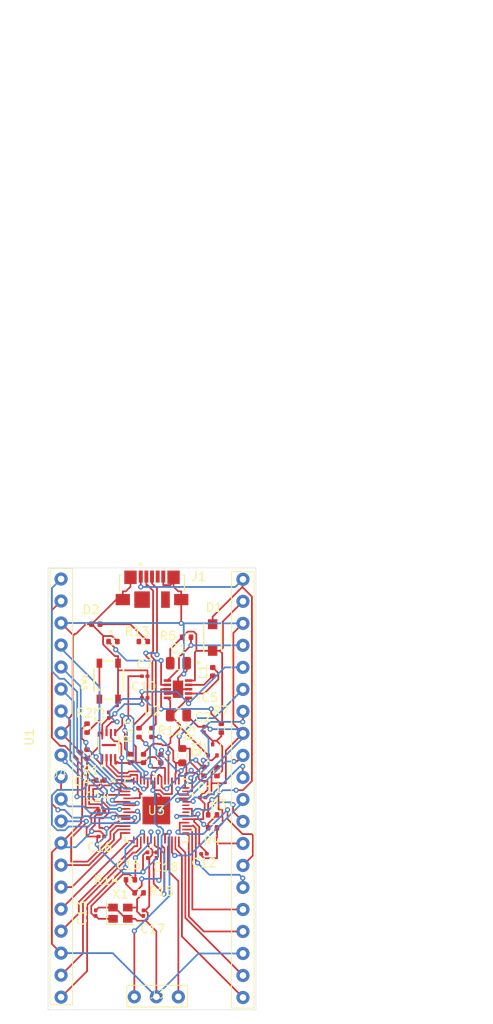
<source format=kicad_pcb>
(kicad_pcb (version 20240108) (generator "pcbnew") (generator_version "8.0")
  (layers (0 "F.Cu" signal) (31 "B.Cu" signal) (34 "B.Paste" user) (35 "F.Paste" user) (36 "B.SilkS" user "B.Silkscreen") (37 "F.SilkS" user "F.Silkscreen") (38 "B.Mask" user) (39 "F.Mask" user) (44 "Edge.Cuts" user))
  (net 0 "")
  (net 1 "VSYS")
  (net 2 "GND")
  (net 3 "+3V3")
  (net 4 "+1V1")
  (net 5 "/ADC_AVDD")
  (net 6 "/XIN")
  (net 7 "VBUS")
  (net 8 "Net-(D2-A)")
  (net 10 "/USB_DM")
  (net 13 "/USB_DP")
  (net 14 "/GPIO21")
  (net 15 "/GPIO16")
  (net 16 "/GPIO4")
  (net 17 "/GPIO20")
  (net 18 "/GPIO7")
  (net 19 "/GPIO10")
  (net 20 "/GPIO19")
  (net 21 "/GPIO8")
  (net 22 "/GPIO14")
  (net 23 "/GPIO9")
  (net 24 "/GPIO22")
  (net 25 "/GPIO12")
  (net 26 "/GPOI11")
  (net 27 "/GPIO26_ADC0")
  (net 28 "/GPIO2")
  (net 29 "/GPIO6")
  (net 30 "/GPIO5")
  (net 31 "/GPIO15")
  (net 32 "/ADC_VREF")
  (net 33 "/GPIO1")
  (net 34 "/GPIO27_ADC1")
  (net 35 "/GPIO17")
  (net 36 "/GPIO18")
  (net 37 "/GPIO0")
  (net 38 "/3V3_EN")
  (net 39 "/GPIO3")
  (net 40 "/RUN")
  (net 41 "/GPIO13")
  (net 42 "/GPIO28_ADC2")
  (net 43 "/SWDIO")
  (net 44 "/SWCLK")
  (net 45 "Net-(U2-LX1)")
  (net 46 "Net-(U2-LX2)")
  (net 47 "/GPIO29_ADC3")
  (net 48 "Net-(R2-Pad1)")
  (net 49 "/GPIO24")
  (net 50 "/GPIO23")
  (net 51 "/USB_DPX")
  (net 52 "/USB_DMX")
  (net 53 "/GPIO25")
  (net 54 "/XOUT")
  (net 56 "/SQPI_SD2")
  (net 57 "/SQPI_SS_N")
  (net 58 "/SQPI_SD3")
  (net 59 "/SQPI_SD1")
  (net 60 "/SQPI_SCLK")
  (net 61 "/SQPI_SD0")
  (net 62 "Net-(Q1-D)")
  (net 63 "/XR")
  (footprint "myLibrary:part_2_40_pin" (layer "F.Cu") (at 236.325 101.944)
    (property "Reference" "J2" (hide yes))
    (property "Value" "Conn_01x20" (hide yes))
  )
  (footprint "Inductor_SMD:L_0402_1005Metric" (layer "F.Cu") (at 233.015 90.485 90)
    (property "Reference" "L1")
    (property "Value" "2u2")
  )
  (footprint "myLibrary:MBR120VLSFT1G" (layer "F.Cu") (at 233 86.5367 90)
    (property "Reference" "D1")
    (property "Value" "MBR120VLSFT1G")
  )
  (footprint "Resistor_SMD:R_0402_1005Metric" (layer "F.Cu") (at 225.99 97.5 -90)
    (property "Reference" "R12")
    (property "Value" "27R" (hide yes))
  )
  (footprint "myLibrary:part_1_40_pin" (layer "F.Cu") (at 215.325 102.735)
    (property "Reference" "J4")
    (property "Value" "Conn_01x20")
  )
  (footprint "myLibrary:CORRECT_RP2040" (layer "F.Cu") (at 226.5 106.5)
    (property "Reference" "U3")
    (property "Value" "CORRECT_RP2040")
  )
  (footprint "Resistor_SMD:R_0402_1005Metric" (layer "F.Cu") (at 234 97 90)
    (property "Reference" "R7")
    (property "Value" "200K" (hide yes))
  )
  (footprint "Resistor_SMD:R_0402_1005Metric" (layer "F.Cu") (at 229.99 86.5)
    (property "Reference" "R5")
    (property "Value" "100K" (hide yes))
  )
  (footprint "Resistor_SMD:R_0603_1608Metric" (layer "F.Cu") (at 229.5 100.175 -90)
    (property "Reference" "R9")
    (property "Value" "200R" (hide yes))
  )
  (footprint "myLibrary:RT6150B-33GQW" (layer "F.Cu") (at 229 92.5 180)
    (property "Reference" "U2")
    (property "Value" "RT6150B-33GQW")
  )
  (footprint "Capacitor_SMD:C_0201_0603Metric" (layer "F.Cu") (at 225.155 91)
    (property "Reference" "C7")
    (property "Value" "100n" (hide yes))
  )
  (footprint "Capacitor_SMD:C_0201_0603Metric" (layer "F.Cu") (at 231.845 105)
    (property "Reference" "C11")
    (property "Value" "100n" (hide yes))
  )
  (footprint "Capacitor_SMD:C_0201_0603Metric" (layer "F.Cu") (at 232 111.5 180)
    (property "Reference" "C12")
    (property "Value" "100n")
  )
  (footprint "Capacitor_SMD:C_0402_1005Metric" (layer "F.Cu") (at 223.5 100.48 -90)
    (property "Reference" "C8" (hide yes))
    (property "Value" "2u2" (hide yes))
  )
  (footprint "Capacitor_SMD:C_0201_0603Metric" (layer "F.Cu") (at 220.155 106.5)
    (property "Reference" "C14")
    (property "Value" "100n")
  )
  (footprint "Capacitor_SMD:C_0201_0603Metric" (layer "F.Cu") (at 219.5 118.345 90)
    (property "Reference" "C13")
    (property "Value" "15p")
  )
  (footprint "Capacitor_SMD:C_0201_0603Metric" (layer "F.Cu") (at 225.5 111.655 -90)
    (property "Reference" "C15")
    (property "Value" "100n" (hide yes))
  )
  (footprint "Resistor_SMD:R_0402_1005Metric" (layer "F.Cu") (at 232 101.99 90)
    (property "Reference" "R10" (hide yes))
    (property "Value" "1R" (hide yes))
  )
  (footprint "Resistor_SMD:R_0402_1005Metric" (layer "F.Cu") (at 224.5 97.51 -90)
    (property "Reference" "R11")
    (property "Value" "27R" (hide yes))
  )
  (footprint "Capacitor_SMD:C_0201_0603Metric" (layer "F.Cu") (at 221 95.5 90)
    (property "Reference" "C3")
    (property "Value" "100n" (hide yes))
  )
  (footprint "Resistor_SMD:R_0402_1005Metric" (layer "F.Cu") (at 218.5 96.99 90)
    (property "Reference" "R2")
    (property "Value" "1K" (hide yes))
  )
  (footprint "Resistor_SMD:R_0402_1005Metric" (layer "F.Cu") (at 232.99 107)
    (property "Reference" "R3")
    (property "Value" "5K6" (hide yes))
  )
  (footprint "Package_TO_SOT_SMD:SOT-523" (layer "F.Cu") (at 233 99.5 90)
    (property "Reference" "Q1")
    (property "Value" "DMG1012T")
  )
  (footprint "Capacitor_SMD:C_0402_1005Metric" (layer "F.Cu") (at 227.02 100.52 -90)
    (property "Reference" "C9" (hide yes))
    (property "Value" "2u2" (hide yes))
  )
  (footprint "Resistor_SMD:R_0402_1005Metric" (layer "F.Cu") (at 224.99 87)
    (property "Reference" "R13")
    (property "Value" "470R" (hide yes))
  )
  (footprint "Resistor_SMD:R_0402_1005Metric" (layer "F.Cu") (at 232.99 108.5)
    (property "Reference" "R4")
    (property "Value" "10K" (hide yes))
  )
  (footprint "Capacitor_SMD:C_0201_0603Metric" (layer "F.Cu") (at 225.155 93.5)
    (property "Reference" "C10")
    (property "Value" "100n" (hide yes))
  )
  (footprint "Capacitor_SMD:C_0201_0603Metric" (layer "F.Cu") (at 226.5 111.655 90)
    (property "Reference" "C18")
    (property "Value" "100n" (hide yes))
  )
  (footprint "Resistor_SMD:R_0402_1005Metric" (layer "F.Cu") (at 223.51 114.5)
    (property "Reference" "R14")
    (property "Value" "R" (hide yes))
  )
  (footprint "Capacitor_SMD:C_0805_2012Metric" (layer "F.Cu") (at 229.05 89.5)
    (property "Reference" "C1")
    (property "Value" "47u" (hide yes))
  )
  (footprint "myLibrary:W25Q16JVUXIQ" (layer "F.Cu") (at 221 98.9478 90)
    (property "Reference" "U1")
    (property "Value" "W25Q16JVUXIQ TR")
  )
  (footprint "Capacitor_SMD:C_0805_2012Metric" (layer "F.Cu") (at 229.05 95.5)
    (property "Reference" "C5")
    (property "Value" "47u" (hide yes))
  )
  (footprint "Resistor_SMD:R_0402_1005Metric" (layer "F.Cu") (at 233.5 102.01 90)
    (property "Reference" "R8" (hide yes))
    (property "Value" "100K" (hide yes))
  )
  (footprint "Capacitor_SMD:C_0402_1005Metric" (layer "F.Cu") (at 220.02 103)
    (property "Reference" "C4")
    (property "Value" "2u2" (hide yes))
  )
  (footprint "Capacitor_SMD:C_0201_0603Metric" (layer "F.Cu") (at 225 118.345 90)
    (property "Reference" "C17")
    (property "Value" "15p")
  )
  (footprint "Capacitor_SMD:C_0201_0603Metric" (layer "F.Cu") (at 232 97.155 90)
    (property "Reference" "C2")
    (property "Value" "1n" (hide yes))
  )
  (footprint "myLibrary:434133025816" (layer "F.Cu") (at 221 91.575 90)
    (property "Reference" "SW1")
    (property "Value" "434133025816" (hide yes))
  )
  (footprint "myLibrary:3_pin_connector" (layer "F.Cu") (at 226.6 128.175)
    (property "Reference" "J3")
    (property "Value" "CON_PICO_3W")
  )
  (footprint "myLibrary:MOLEX_47346-0001" (layer "F.Cu") (at 226 82.16)
    (property "Reference" "J1")
    (property "Value" "47346-0001" (hide yes))
  )
  (footprint "Oscillator:Oscillator_SMD_SeikoEpson_SG210-4Pin_2.5x2.0mm" (layer "F.Cu") (at 222.35 118.35)
    (property "Reference" "X1")
    (property "Value" "12MHz")
  )
  (footprint "Capacitor_SMD:C_0201_0603Metric" (layer "F.Cu") (at 220.155 109.5)
    (property "Reference" "C16")
    (property "Value" "100n")
  )
  (footprint "Resistor_SMD:R_0402_1005Metric" (layer "F.Cu") (at 218.5 99.99 90)
    (property "Reference" "R1")
    (property "Value" "R")
  )
  (footprint "Resistor_SMD:R_0402_1005Metric" (layer "F.Cu") (at 224.51 116)
    (property "Reference" "R15")
    (property "Value" "1K" (hide yes))
  )
  (footprint "LED_SMD:LED_0402_1005Metric" (layer "F.Cu") (at 219.515 85)
    (property "Reference" "D2")
    (property "Value" "GREEN" (hide yes))
  )
  (footprint "Resistor_SMD:R_0402_1005Metric" (layer "F.Cu") (at 221.49 87)
    (property "Reference" "R6")
    (property "Value" "100K" (hide yes))
  )
  (footprint "Capacitor_SMD:C_0402_1005Metric" (layer "F.Cu") (at 225.02 100.5 -90)
    (property "Reference" "C6" (hide yes))
    (property "Value" "2u2" (hide yes))
  )
  (gr_rect (start 214 78.5) (end 238 129.5) (stroke (width 0.05)) (fill none) (layer "Edge.Cuts"))
  (segment (start 230.9517 88.2411) (end 231.1194 88.0734) (width 0.2) (layer "F.Cu") (net 1))
  (segment (start 234.187 87.7342) (end 233.8478 88.0734) (width 0.2) (layer "F.Cu") (net 1))
  (segment (start 233 88.0734) (end 232.1522 88.0734) (width 0.2) (layer "F.Cu") (net 1))
  (segment (start 234.187 84.673) (end 234.187 87.7342) (width 0.2) (layer "F.Cu") (net 1))
  (segment (start 230.8112 85.8489) (end 230.1311 85.8489) (width 0.2) (layer "F.Cu") (net 1))
  (segment (start 231.1194 86.1571) (end 230.8112 85.8489) (width 0.2) (layer "F.Cu") (net 1))
  (segment (start 232.1522 88.0734) (end 231.1194 88.0734) (width 0.2) (layer "F.Cu") (net 1))
  (segment (start 233.8478 88.0734) (end 234.1004 88.326) (width 0.2) (layer "F.Cu") (net 1))
  (segment (start 233 88.0734) (end 233.8478 88.0734) (width 0.2) (layer "F.Cu") (net 1))
  (segment (start 230.9517 91.5) (end 230.9517 88.2411) (width 0.2) (layer "F.Cu") (net 1))
  (segment (start 228.1 87.88) (end 228.1 89.5) (width 0.2) (layer "F.Cu") (net 1))
  (segment (start 230.225 91.5) (end 230.9517 91.5) (width 0.2) (layer "F.Cu") (net 1))
  (segment (start 234 96.49) (end 232.8295 95.3195) (width 0.2) (layer "F.Cu") (net 1))
  (segment (start 229.48 86.5) (end 228.1 87.88) (width 0.2) (layer "F.Cu") (net 1))
  (segment (start 227.0483 92.5) (end 227.0483 94.7784) (width 0.2) (layer "F.Cu") (net 1))
  (segment (start 227.775 92.5) (end 227.0483 92.5) (width 0.2) (layer "F.Cu") (net 1))
  (segment (start 231.1194 88.0734) (end 231.1194 86.1571) (width 0.2) (layer "F.Cu") (net 1))
  (segment (start 232.8295 95.3195) (end 232.8295 94.7784) (width 0.2) (layer "F.Cu") (net 1))
  (segment (start 234.1004 88.326) (end 234.1004 96.3896) (width 0.2) (layer "F.Cu") (net 1))
  (segment (start 230.1311 85.8489) (end 229.48 86.5) (width 0.2) (layer "F.Cu") (net 1))
  (segment (start 234.1004 96.3896) (end 234 96.49) (width 0.2) (layer "F.Cu") (net 1))
  (segment (start 236.5 82.36) (end 234.187 84.673) (width 0.2) (layer "F.Cu") (net 1))
  (via (at 227.0483 94.7784) (size 0.6) (drill 0.3) (layers "F.Cu" "B.Cu") (net 1))
  (via (at 232.8295 94.7784) (size 0.6) (drill 0.3) (layers "F.Cu" "B.Cu") (net 1))
  (segment (start 227.0483 94.7784) (end 232.8295 94.7784) (width 0.2) (layer "B.Cu") (net 1))
  (segment (start 234.1486 107.343324) (end 234.1486 107.9485) (width 0.2) (layer "F.Cu") (net 2))
  (segment (start 233.68 103.3882) (end 233.68 106.38) (width 0.2) (layer "F.Cu") (net 2))
  (segment (start 234.1221 106.442) (end 234.1221 107.316824) (width 0.2) (layer "F.Cu") (net 2))
  (segment (start 214.4363 121.8963) (end 215.5 122.96) (width 0.2) (layer "F.Cu") (net 2))
  (segment (start 226.914 106.5) (end 227.0541 106.3599) (width 0.2) (layer "F.Cu") (net 2))
  (segment (start 223.5125 79.585) (end 223.5125 80.6617) (width 0.2) (layer "F.Cu") (net 2))
  (segment (start 226.0173 111.0558) (end 225.911 110.9495) (width 0.1776) (layer "F.Cu") (net 2))
  (segment (start 223.4401 101.0199) (end 223.5 100.96) (width 0.2) (layer "F.Cu") (net 2))
  (segment (start 222.075 93.65) (end 222.075 92.8233) (width 0.2) (layer "F.Cu") (net 2))
  (segment (start 232.8683 103.3567) (end 232.8683 102.1317) (width 0.2) (layer "F.Cu") (net 2))
  (segment (start 225.279 119.2157) (end 226.5 120.4367) (width 0.2) (layer "F.Cu") (net 2))
  (segment (start 228.1384 93) (end 227.775 93) (width 0.2) (layer "F.Cu") (net 2))
  (segment (start 229 92.5) (end 229 91.1983) (width 0.2) (layer "F.Cu") (net 2))
  (segment (start 221.8404 101.1037) (end 221.8988 101.0453) (width 0.2) (layer "F.Cu") (net 2))
  (segment (start 222.9659 81.2083) (end 223.5125 80.6617) (width 0.2) (layer "F.Cu") (net 2))
  (segment (start 225.911 110.9213) (end 225.6016 110.6119) (width 0.2) (layer "F.Cu") (net 2))
  (segment (start 221.9168 100.8954) (end 221.9966 100.8954) (width 0.2) (layer "F.Cu") (net 2))
  (segment (start 229.375 81.6841) (end 229.375 82.16) (width 0.2) (layer "F.Cu") (net 2))
  (segment (start 229 92.5) (end 230.225 92.5) (width 0.2) (layer "F.Cu") (net 2))
  (segment (start 228.1384 93) (end 228.5017 93) (width 0.2) (layer "F.Cu") (net 2))
  (segment (start 235.3937 86.0063) (end 236.5 84.9) (width 0.2) (layer "F.Cu") (net 2))
  (segment (start 221.8988 101.0453) (end 221.8988 100.9134) (width 0.2) (layer "F.Cu") (net 2))
  (segment (start 222.625 81.6841) (end 222.3459 81.6841) (width 0.2) (layer "F.Cu") (net 2))
  (segment (start 217.8004 107.9596) (end 217.8004 107.500071) (width 0.2) (layer "F.Cu") (net 2))
  (segment (start 226.0466 111.335) (end 226.5 111.335) (width 0.2) (layer "F.Cu") (net 2))
  (segment (start 234.0601 106.38) (end 234.1221 106.442) (width 0.2) (layer "F.Cu") (net 2))
  (segment (start 216.8337 89.1127) (end 216.8598 89.0866) (width 0.2) (layer "F.Cu") (net 2))
  (segment (start 218.3396 85) (end 219.03 85) (width 0.2) (layer "F.Cu") (net 2))
  (segment (start 225.475 95.0196) (end 225.475 93.5) (width 0.2) (layer "F.Cu") (net 2))
  (segment (start 224.135 100.96) (end 223.5 100.96) (width 0.2) (layer "F.Cu") (net 2))
  (segment (start 228.1191 80.4917) (end 227.3 80.4917) (width 0.2) (layer "F.Cu") (net 2))
  (segment (start 222.075 90.3267) (end 225.4547 90.3267) (width 0.2) (layer "F.Cu") (net 2))
  (segment (start 232 96.835) (end 232.4325 96.835) (width 0.2) (layer "F.Cu") (net 2))
  (segment (start 225.5 109.9036) (end 225.5 110.6005) (width 0.1776) (layer "F.Cu") (net 2))
  (segment (start 215.5 97.56) (end 216.432 96.628) (width 0.2) (layer "F.Cu") (net 2))
  (segment (start 232.8683 103.3567) (end 232.8683 104.6413) (width 0.2) (layer "F.Cu") (net 2))
  (segment (start 229.375 81.2083) (end 229.0341 81.2083) (width 0.2) (layer "F.Cu") (net 2))
  (segment (start 217.8004 107.500071) (end 217.932 107.368471) (width 0.2) (layer "F.Cu") (net 2))
  (segment (start 226.8304 104.6283) (end 226.8002 104.5981) (width 0.2) (layer "F.Cu") (net 2))
  (segment (start 219.04 108.9) (end 220.033456 108.9) (width 0.2) (layer "F.Cu") (net 2))
  (segment (start 217.88 99.94) (end 215.5 97.56) (width 0.2) (layer "F.Cu") (net 2))
  (segment (start 221.3654 86.3654) (end 222 87) (width 0.2) (layer "F.Cu") (net 2))
  (segment (start 226.5 104.5981) (end 226.5 106.5) (width 0.2) (layer "F.Cu") (net 2))
  (segment (start 225.6811 111.9739) (end 226.0466 111.6084) (width 0.2) (layer "F.Cu") (net 2))
  (segment (start 225.2146 118.025) (end 225.5042 118.3146) (width 0.2) (layer "F.Cu") (net 2))
  (segment (start 220.133456 107) (end 220.475 106.658456) (width 0.2) (layer "F.Cu") (net 2))
  (segment (start 216.432 95.8414) (end 216.6706 95.6028) (width 0.2) (layer "F.Cu") (net 2))
  (segment (start 220.3494 87.3283) (end 221.6944 88.6733) (width 0.2) (layer "F.Cu") (net 2))
  (segment (start 216.9192 86.2791) (end 217.0978 86.1005) (width 0.2) (layer "F.Cu") (net 2))
  (segment (start 232.022 112.0087) (end 233.5 112.0087) (width 0.2) (layer "F.Cu") (net 2))
  (segment (start 231.335 96.835) (end 232 96.835) (width 0.2) (layer "F.Cu") (net 2))
  (segment (start 225.475 90.347) (end 225.475 91) (width 0.2) (layer "F.Cu") (net 2))
  (segment (start 222.625 81.2083) (end 222.9659 81.2083) (width 0.2) (layer "F.Cu") (net 2))
  (segment (start 219.5 118.025) (end 219.825 117.7) (width 0.2) (layer "F.Cu") (net 2))
  (segment (start 230 89.5) (end 230 90.4051) (width 0.2) (layer "F.Cu") (net 2))
  (segment (start 232.4325 96.835) (end 232.7139 97.1164) (width 0.2) (layer "F.Cu") (net 2))
  (segment (start 226.5 120.4367) (end 226.5 128) (width 0.2) (layer "F.Cu") (net 2))
  (segment (start 221.6944 88.6733) (end 222.075 88.6733) (width 0.2) (layer "F.Cu") (net 2))
  (segment (start 226.0466 111.0851) (end 226.0173 111.0558) (width 0.2) (layer "F.Cu") (net 2))
  (segment (start 229 91.1983) (end 229.4567 90.7416) (width 0.2) (layer "F.Cu") (net 2))
  (segment (start 221.7033 94.4767) (end 222.075 94.4767) (width 0.2) (layer "F.Cu") (net 2))
  (segment (start 225.5109 110.6114) (end 225.5 110.6005) (width 0.1776) (layer "F.Cu") (net 2))
  (segment (start 222.075 89.5) (end 222.075 90.3267) (width 0.2) (layer "F.Cu") (net 2))
  (segment (start 217.0978 86.1005) (end 217.2391 86.1005) (width 0.2) (layer "F.Cu") (net 2))
  (segment (start 216.8598 86.3385) (end 216.9192 86.2791) (width 0.2) (layer "F.Cu") (net 2))
  (segment (start 217.88 101.905686) (end 217.88 99.94) (width 0.2) (layer "F.Cu") (net 2))
  (segment (start 234.5144 99.5856) (end 234.5144 100.4519) (width 0.2) (layer "F.Cu") (net 2))
  (segment (start 228.5017 92.9983) (end 229 92.5) (width 0.2) (layer "F.Cu") (net 2))
  (segment (start 223.2 119) (end 224.0517 119) (width 0.2) (layer "F.Cu") (net 2))
  (segment (start 233.5 108.5) (end 233.5971 108.5) (width 0.2) (layer "F.Cu") (net 2))
  (segment (start 224.135 100.96) (end 225 100.96) (width 0.2) (layer "F.Cu") (net 2))
  (segment (start 233.5971 108.5) (end 234.1486 107.9485) (width 0.2) (layer "F.Cu") (net 2))
  (segment (start 231.68 111.6667) (end 232.022 112.0087) (width 0.2) (layer "F.Cu") (net 2))
  (segment (start 220.000685 105.772) (end 220.475 106.246315) (width 0.2) (layer "F.Cu") (net 2))
  (segment (start 218.851607 108.711607) (end 219.4004 108.162815) (width 0.2) (layer "F.Cu") (net 2))
  (segment (start 233.5 112.0087) (end 233.5 108.5) (width 0.2) (layer "F.Cu") (net 2))
  (segment (start 225 118.025) (end 225.2146 118.025) (width 0.2) (layer "F.Cu") (net 2))
  (segment (start 233.6485 103.3567) (end 233.68 103.3882) (width 0.2) (layer "F.Cu") (net 2))
  (segment (start 230 90.4051) (end 229.6635 90.7416) (width 0.2) (layer "F.Cu") (net 2))
  (segment (start 226.8319 104.6283) (end 226.8304 104.6283) (width 0.2) (layer "F.Cu") (net 2))
  (segment (start 225.279 119.2157) (end 224.2674 119.2157) (width 0.2) (layer "F.Cu") (net 2))
  (segment (start 225.4547 90.3267) (end 225.475 90.347) (width 0.2) (layer "F.Cu") (net 2))
  (segment (start 220.475 106.658456) (end 220.475 106.5) (width 0.2) (layer "F.Cu") (net 2))
  (segment (start 231.68 111.5) (end 231.68 111.6667) (width 0.2) (layer "F.Cu") (net 2))
  (segment (start 217.2391 86.1005) (end 218.3396 85) (width 0.2) (layer "F.Cu") (net 2))
  (segment (start 218.732 105.772) (end 220.000685 105.772) (width 0.2) (layer "F.Cu") (net 2))
  (segment (start 233.5 108.5971) (end 233.5 110.3) (width 0.2) (layer "F.Cu") (net 2))
  (segment (start 226.0466 111.335) (end 226.0466 111.0851) (width 0.2) (layer "F.Cu") (net 2))
  (segment (start 222.625 82.16) (end 222.625 81.6841) (width 0.2) (layer "F.Cu") (net 2))
  (segment (start 229.375 81.6841) (end 229.375 81.2083) (width 0.2) (layer "F.Cu") (net 2))
  (segment (start 228.4875 80.1233) (end 228.1191 80.4917) (width 0.2) (layer "F.Cu") (net 2))
  (segment (start 225.5042 118.9905) (end 225.279 119.2157) (width 0.2) (layer "F.Cu") (net 2))
  (segment (start 225.6811 112.1561) (end 225.5 111.975) (width 0.2) (layer "F.Cu") (net 2))
  (segment (start 220.475 109.341544) (end 220.475 109.5) (width 0.2) (layer "F.Cu") (net 2))
  (segment (start 225.2146 118.025) (end 225.6811 117.5585) (width 0.2) (layer "F.Cu") (net 2))
  (segment (start 236.5 97.6) (end 235.3937 96.4937) (width 0.2) (layer "F.Cu") (net 2))
  (segment (start 225.6811 117.5585) (end 225.6811 112.2183) (width 0.2) (layer "F.Cu") (net 2))
  (segment (start 232.5237 104.6413) (end 232.165 105) (width 0.2) (layer "F.Cu") (net 2))
  (segment (start 215.5 110.26) (end 214.4363 111.3237) (width 0.2) (layer "F.Cu") (net 2))
  (segment (start 222.625 81.6841) (end 222.625 81.2083) (width 0.2) (layer "F.Cu") (net 2))
  (segment (start 228.5017 93) (end 228.5017 92.9983) (width 0.2) (layer "F.Cu") (net 2))
  (segment (start 220.3494 86.3194) (end 220.3494 86.3654) (width 0.2) (layer "F.Cu") (net 2))
  (segment (start 232.8683 102.1317) (end 233.5 101.5) (width 0.2) (layer "F.Cu") (net 2))
  (segment (start 225.911 110.9495) (end 225.911 110.9213) (width 0.1776) (layer "F.Cu") (net 2))
  (segment (start 215.5 84.86) (end 216.9192 86.2791) (width 0.2) (layer "F.Cu") (net 2))
  (segment (start 223.8594 98.8416) (end 223.8594 96.6352) (width 0.2) (layer "F.Cu") (net 2))
  (segment (start 225 100.96) (end 225.02 100.98) (width 0.2) (layer "F.Cu") (net 2))
  (segment (start 217.932 101.957686) (end 217.88 101.905686) (width 0.2) (layer "F.Cu") (net 2))
  (segment (start 225.6016 110.6119) (end 225.5109 110.6119) (width 0.2) (layer "F.Cu") (net 2))
  (segment (start 220.475 106.246315) (end 220.475 106.5) (width 0.2) (layer "F.Cu") (net 2))
  (segment (start 221.8988 100.9134) (end 221.9168 100.8954) (width 0.2) (layer "F.Cu") (net 2))
  (segment (start 214.4363 111.3237) (end 214.4363 121.8963) (width 0.2) (layer "F.Cu") (net 2))
  (segment (start 220.12 103) (end 220.12 103.356134) (width 0.2) (layer "F.Cu") (net 2))
  (segment (start 220.033456 108.9) (end 220.475 109.341544) (width 0.2) (layer "F.Cu") (net 2))
  (segment (start 216.8322 95.3577) (end 216.8322 93.712) (width 0.2) (layer "F.Cu") (net 2))
  (segment (start 216.6706 95.5193) (end 216.8322 95.3577) (width 0.2) (layer "F.Cu") (net 2))
  (segment (start 222.9999 119) (end 223.2 119) (width 0.2) (layer "F.Cu") (net 2))
  (segment (start 234.1486 107.9485) (end 233.5 108.5971) (width 0.2) (layer "F.Cu") (net 2))
  (segment (start 219.572686 107) (end 220.133456 107) (width 0.2) (layer "F.Cu") (net 2))
  (segment (start 225.67 100.33) (end 225.02 100.98) (width 0.2) (layer "F.Cu") (net 2))
  (segment (start 226.35 100.33) (end 225.67 100.33) (width 0.2) (layer "F.Cu") (net 2))
  (segment (start 226.8002 104.5981) (end 226.5 104.5981) (width 0.2) (layer "F.Cu") (net 2))
  (segment (start 222.1211 101.0199) (end 223.4401 101.0199) (width 0.2) (layer "F.Cu") (net 2))
  (segment (start 221 95.18) (end 221.7033 94.4767) (width 0.2) (layer "F.Cu") (net 2))
  (segment (start 216.6706 95.6028) (end 216.6706 95.5193) (width 0.2) (layer "F.Cu") (net 2))
  (segment (start 218.732 103.61) (end 218.732 105.772) (width 0.2) (layer "F.Cu") (net 2))
  (segment (start 225.475 93.5) (end 225.475 91) (width 0.2) (layer "F.Cu") (net 2))
  (segment (start 219.4004 108.162815) (end 219.4004 107.172286) (width 0.2) (layer "F.Cu") (net 2))
  (segment (start 233.68 106.38) (end 234.0601 106.38) (width 0.2) (layer "F.Cu") (net 2))
  (segment (start 221.75 100.3956) (end 221.75 101.1037) (width 0.2) (layer "F.Cu") (net 2))
  (segment (start 224.2674 119.2157) (end 224.0517 119) (width 0.2) (layer "F.Cu") (net 2))
  (segment (start 222.075 90.3267) (end 222.075 92.8233) (width 0.2) (layer "F.Cu") (net 2))
  (segment (start 225.6811 112.2183) (end 225.6811 112.1561) (width 0.2) (layer "F.Cu") (net 2))
  (segment (start 222.3459 81.6841) (end 219.03 85) (width 0.2) (layer "F.Cu") (net 2))
  (segment (start 236.5 97.6) (end 234.5144 99.5856) (width 0.2) (layer "F.Cu") (net 2))
  (segment (start 227.3 79.5) (end 227.3 80.4917) (width 0.2) (layer "F.Cu") (net 2))
  (segment (start 235.3937 96.4937) (end 235.3937 86.0063) (width 0.2) (layer "F.Cu") (net 2))
  (segment (start 229.375 82.16) (end 229.375 84.9) (width 0.2) (layer "F.Cu") (net 2))
  (segment (start 220.12 103.356134) (end 219.866134 103.61) (width 0.2) (layer "F.Cu") (net 2))
  (segment (start 224.135 100.96) (end 224.135 99.1172) (width 0.2) (layer "F.Cu") (net 2))
  (segment (start 216.8598 89.0866) (end 216.8598 86.3385) (width 0.2) (layer "F.Cu") (net 2))
  (segment (start 233.6485 103.3567) (end 232.8683 103.3567) (width 0.2) (layer "F.Cu") (net 2))
  (segment (start 220.5 103) (end 220.12 103) (width 0.2) (layer "F.Cu") (net 2))
  (segment (start 229.0341 81.2083) (end 228.4875 80.6617) (width 0.2) (layer "F.Cu") (net 2))
  (segment (start 222.075 93.65) (end 222.075 94.4767) (width 0.2) (layer "F.Cu") (net 2))
  (segment (start 221.9966 100.8954) (end 222.1211 101.0199) (width 0.2) (layer "F.Cu") (net 2))
  (segment (start 216.8337 93.7105) (end 216.8337 89.1127) (width 0.2) (layer "F.Cu") (net 2))
  (segment (start 234.5144 100.4519) (end 234.5243 100.4618) (width 0.2) (layer "F.Cu") (net 2))
  (segment (start 219.4004 107.172286) (end 219.572686 107) (width 0.2) (layer "F.Cu") (net 2))
  (segment (start 227.02 101) (end 226.35 100.33) (width 0.2) (layer "F.Cu") (net 2))
  (segment (start 223.8594 96.6352) (end 225.475 95.0196) (width 0.2) (layer "F.Cu") (net 2))
  (segment (start 215.5 110.26) (end 217.8004 107.9596) (width 0.2) (layer "F.Cu") (net 2))
  (segment (start 224.135 99.1172) (end 223.8594 98.8416) (width 0.2) (layer "F.Cu") (net 2))
  (segment (start 225.6811 112.2183) (end 225.6811 111.9739) (width 0.2) (layer "F.Cu") (net 2))
  (segment (start 233.5 110.3) (end 236.5 110.3) (width 0.2) (layer "F.Cu") (net 2))
  (segment (start 220.3494 86.3654) (end 221.3654 86.3654) (width 0.2) (layer "F.Cu") (net 2))
  (segment (start 227.0541 106.3599) (end 227.0541 104.8505) (width 0.2) (layer "F.Cu") (net 2))
  (segment (start 228.4875 79.585) (end 228.4875 80.1233) (width 0.2) (layer "F.Cu") (net 2))
  (segment (start 225.5109 110.6119) (end 225.5109 110.6114) (width 0.1776) (layer "F.Cu") (net 2))
  (segment (start 229.4567 90.7416) (end 229.6635 90.7416) (width 0.2) (layer "F.Cu") (net 2))
  (segment (start 219.03 85) (end 220.3494 86.3194) (width 0.2) (layer "F.Cu") (net 2))
  (segment (start 234.5243 100.4618) (end 234.5243 103.3567) (width 0.2) (layer "F.Cu") (net 2))
  (segment (start 234.1221 107.316824) (end 234.1486 107.343324) (width 0.2) (layer "F.Cu") (net 2))
  (segment (start 219.825 117.7) (end 221.5 117.7) (width 0.2) (layer "F.Cu") (net 2))
  (segment (start 230 95.5) (end 231.335 96.835) (width 0.2) (layer "F.Cu") (net 2))
  (segment (start 228.4875 80.1233) (end 228.4875 80.6617) (width 0.2) (layer "F.Cu") (net 2))
  (segment (start 221.6999 117.7) (end 222.9999 119) (width 0.2) (layer "F.Cu") (net 2))
  (segment (start 232.8683 104.6413) (end 232.5237 104.6413) (width 0.2) (layer "F.Cu") (net 2))
  (segment (start 217.932 107.368471) (end 217.932 101.957686) (width 0.2) (layer "F.Cu") (net 2))
  (segment (start 227.0541 104.8505) (end 226.8319 104.6283) (width 0.2) (layer "F.Cu") (net 2))
  (segment (start 220.3494 86.3654) (end 220.3494 87.3283) (width 0.2) (layer "F.Cu") (net 2))
  (segment (start 222.075 89.5) (end 222.075 88.6733) (width 0.2) (layer "F.Cu") (net 2))
  (segment (start 226.0466 111.6084) (end 226.0466 111.335) (width 0.2) (layer "F.Cu") (net 2))
  (segment (start 234.5243 103.3567) (end 233.6485 103.3567) (width 0.2) (layer "F.Cu") (net 2))
  (segment (start 216.8322 93.712) (end 216.8337 93.7105) (width 0.2) (layer "F.Cu") (net 2))
  (segment (start 219.04 108.9) (end 218.851607 108.711607) (width 0.2) (layer "F.Cu") (net 2))
  (segment (start 216.432 96.628) (end 216.432 95.8414) (width 0.2) (layer "F.Cu") (net 2))
  (segment (start 219.866134 103.61) (end 218.732 103.61) (width 0.2) (layer "F.Cu") (net 2))
  (segment (start 225.5042 118.3146) (end 225.5042 118.9905) (width 0.2) (layer "F.Cu") (net 2))
  (segment (start 221.5 117.7) (end 221.6999 117.7) (width 0.2) (layer "F.Cu") (net 2))
  (segment (start 221.75 101.1037) (end 221.8404 101.1037) (width 0.2) (layer "F.Cu") (net 2))
  (via (at 219.04 108.9) (size 0.6) (drill 0.3) (layers "F.Cu" "B.Cu") (net 2))
  (via (at 229.375 84.9) (size 0.6) (drill 0.3) (layers "F.Cu" "B.Cu") (net 2))
  (via (at 232.7139 97.1164) (size 0.6) (drill 0.3) (layers "F.Cu" "B.Cu") (net 2))
  (via (at 229.6635 90.7416) (size 0.6) (drill 0.3) (layers "F.Cu" "B.Cu") (net 2))
  (via (at 226.914 106.5) (size 0.6) (drill 0.3) (layers "F.Cu" "B.Cu") (net 2))
  (segment (start 219.04 108.9) (end 217.196 110.744) (width 0.2) (layer "B.Cu") (net 2))
  (segment (start 215.984 110.744) (end 215.5 110.26) (width 0.2) (layer "B.Cu") (net 2))
  (segment (start 229.6635 84.9) (end 229.375 84.9) (width 0.2) (layer "B.Cu") (net 2))
  (segment (start 226.914 106.5) (end 228.81152 104.60248) (width 0.2) (layer "B.Cu") (net 2))
  (segment (start 221.46 122.96) (end 215.5 122.96) (width 0.2) (layer "B.Cu") (net 2))
  (segment (start 229.375 84.9) (end 229.335 84.86) (width 0.2) (layer "B.Cu") (net 2))
  (segment (start 226.5 127.859) (end 226.5 128) (width 0.2) (layer "B.Cu") (net 2))
  (segment (start 236.5 98.138215) (end 236.5 97.6) (width 0.2) (layer "B.Cu") (net 2))
  (segment (start 236.5 97.6) (end 236.0164 97.1164) (width 0.2) (layer "B.Cu") (net 2))
  (segment (start 217.196 110.744) (end 215.984 110.744) (width 0.2) (layer "B.Cu") (net 2))
  (segment (start 230.035735 104.60248) (end 236.5 98.138215) (width 0.2) (layer "B.Cu") (net 2))
  (segment (start 236.5 84.9) (end 229.6635 84.9) (width 0.2) (layer "B.Cu") (net 2))
  (segment (start 229.6635 84.9) (end 229.6635 90.7416) (width 0.2) (layer "B.Cu") (net 2))
  (segment (start 228.81152 104.60248) (end 230.035735 104.60248) (width 0.2) (layer "B.Cu") (net 2))
  (segment (start 226.5 128) (end 221.46 122.96) (width 0.2) (layer "B.Cu") (net 2))
  (segment (start 231.359 123) (end 226.5 127.859) (width 0.2) (layer "B.Cu") (net 2))
  (segment (start 236.0164 97.1164) (end 232.7139 97.1164) (width 0.2) (layer "B.Cu") (net 2))
  (segment (start 229.335 84.86) (end 215.5 84.86) (width 0.2) (layer "B.Cu") (net 2))
  (segment (start 236.5 123) (end 231.359 123) (width 0.2) (layer "B.Cu") (net 2))
  (segment (start 221 95.82) (end 220.25 96.57) (width 0.2) (layer "F.Cu") (net 3))
  (segment (start 231.38 102.445686) (end 231.076414 102.1421) (width 0.2) (layer "F.Cu") (net 3))
  (segment (start 227.331905 103.996934) (end 227.699999 103.996934) (width 0.2) (layer "F.Cu") (net 3))
  (segment (start 225.02 99.9027) (end 226.1288 98.7939) (width 0.2) (layer "F.Cu") (net 3))
  (segment (start 226.7 109.1955) (end 226.7 108.9844) (width 0.2) (layer "F.Cu") (net 3))
  (segment (start 228.700001 102.215628) (end 228.700001 103.0964) (width 0.2) (layer "F.Cu") (net 3))
  (segment (start 225.2822 111.335) (end 225.5 111.335) (width 0.2) (layer "F.Cu") (net 3))
  (segment (start 219.0004 107.997129) (end 219.0004 107.500071) (width 0.2) (layer "F.Cu") (net 3))
  (segment (start 229.9731 101.4731) (end 229.9731 102.079) (width 0.2) (layer "F.Cu") (net 3))
  (segment (start 219.9876 97.4521) (end 219.8796 97.4521) (width 0.2) (layer "F.Cu") (net 3))
  (segment (start 219.6723 109.6627) (end 219.835 109.5) (width 0.2) (layer "F.Cu") (net 3))
  (segment (start 232.08 106.461076) (end 232.08 105.713456) (width 0.2) (layer "F.Cu") (net 3))
  (segment (start 224.9607 113.5835) (end 224.9607 111.6565) (width 0.2) (layer "F.Cu") (net 3))
  (segment (start 228.225 95.5) (end 228.1 95.5) (width 0.2) (layer "F.Cu") (net 3))
  (segment (start 231.1451 108.075715) (end 231.451 108.381614) (width 0.2) (layer "F.Cu") (net 3))
  (segment (start 221.709914 107.8836) (end 222.0153 107.8836) (width 0.2) (layer "F.Cu") (net 3))
  (segment (start 224.835 93.5) (end 224.835 94.2195) (width 0.2) (layer "F.Cu") (net 3))
  (segment (start 220.249216 108.5) (end 219.922 108.5) (width 0.2) (layer "F.Cu") (net 3))
  (segment (start 220.43182 103.61) (end 221.105481 103.61) (width 0.2) (layer "F.Cu") (net 3))
  (segment (start 219.835 106.172) (end 218.332 106.172) (width 0.2) (layer "F.Cu") (net 3))
  (segment (start 231.525 105.158456) (end 231.525 105) (width 0.2) (layer "F.Cu") (net 3))
  (segment (start 232.5 100.145) (end 229.3569 97.0019) (width 0.2) (layer "F.Cu") (net 3))
  (segment (start 230.8623 107.5055) (end 230.8623 107.8414) (width 0.2) (layer "F.Cu") (net 3))
  (segment (start 231.631076 103.07) (end 231.38 102.818924) (width 0.2) (layer "F.Cu") (net 3))
  (segment (start 229.8208 102.2974) (end 229.8208 103.8172) (width 0.2) (layer "F.Cu") (net 3))
  (segment (start 226.6963 98.7939) (end 226.7367 98.8343) (width 0.2) (layer "F.Cu") (net 3))
  (segment (start 219.202 105.156) (end 219.202 104.01) (width 0.2) (layer "F.Cu") (net 3))
  (segment (start 220.750112 108.561592) (end 220.310808 108.561592) (width 0.2) (layer "F.Cu") (net 3))
  (segment (start 227.0777 98.8343) (end 227.2182 98.9748) (width 0.2) (layer "F.Cu") (net 3))
  (segment (start 222.0153 107.8836) (end 222.3881 107.5108) (width 0.2) (layer "F.Cu") (net 3))
  (segment (start 219.0004 107.500071) (end 218.753665 107.253335) (width 0.2) (layer "F.Cu") (net 3))
  (segment (start 230.8623 107.5055) (end 231.375738 107.5055) (width 0.2) (layer "F.Cu") (net 3))
  (segment (start 232.32 111.341544) (end 232.32 111.5) (width 0.2) (layer "F.Cu") (net 3))
  (segment (start 219.8212 99.1788) (end 218.5 100.5) (width 0.2) (layer "F.Cu") (net 3))
  (segment (start 221 95.82) (end 221.2278 95.82) (width 0.2) (layer "F.Cu") (net 3))
  (segment (start 227.099999 102.639999) (end 227.099999 103.0964) (width 0.2) (layer "F.Cu") (net 3))
  (segment (start 223.0964 107.5) (end 222.3995 107.5) (width 0.1776) (layer "F.Cu") (net 3))
  (segment (start 218.5 100.5) (end 218.5 101.96) (width 0.2) (layer "F.Cu") (net 3))
  (segment (start 230.51347 102.00663) (end 230.378 102.1421) (width 0.2) (layer "F.Cu") (net 3))
  (segment (start 218.332 103.254) (end 218.586 103) (width 0.2) (layer "F.Cu") (net 3))
  (segment (start 218.44 108.557529) (end 219.0004 107.997129) (width 0.2) (layer "F.Cu") (net 3))
  (segment (start 230.489 107.5055) (end 230.4835 107.5) (width 0.1776) (layer "F.Cu") (net 3))
  (segment (start 221.031922 108.561592) (end 221.709914 107.8836) (width 0.2) (layer "F.Cu") (net 3))
  (segment (start 228.1 93.825) (end 227.775 93.5) (width 0.2) (layer "F.Cu") (net 3))
  (segment (start 220.25 97.854) (end 220.25 97.5) (width 0.2) (layer "F.Cu") (net 3))
  (segment (start 220.223 97.8651) (end 220.223 97.6875) (width 0.2) (layer "F.Cu") (net 3))
  (segment (start 218.586 103) (end 219.54 103) (width 0.2) (layer "F.Cu") (net 3))
  (segment (start 230.910786 107.8414) (end 231.1451 108.075715) (width 0.2) (layer "F.Cu") (net 3))
  (segment (start 229.9731 102.079) (end 229.9731 102.1451) (width 0.2) (layer "F.Cu") (net 3))
  (segment (start 230.378 102.1421) (end 230.0362 102.1421) (width 0.2) (layer "F.Cu") (net 3))
  (segment (start 227.099999 103.0964) (end 227.099999 103.765028) (width 0.2) (layer "F.Cu") (net 3))
  (segment (start 228.4555 100.7555) (end 228.4555 99.5947) (width 0.2) (layer "F.Cu") (net 3))
  (segment (start 218.5 101.96) (end 218.586 102.046) (width 0.2) (layer "F.Cu") (net 3))
  (segment (start 226.7367 98.8343) (end 227.0777 98.8343) (width 0.2) (layer "F.Cu") (net 3))
  (segment (start 226.1288 98.7939) (end 226.6963 98.7939) (width 0.2) (layer "F.Cu") (net 3))
  (segment (start 218.44 109.5) (end 218.44 108.557529) (width 0.2) (layer "F.Cu") (net 3))
  (segment (start 228.4555 99.5947) (end 227.8356 98.9747) (width 0.2) (layer "F.Cu") (net 3))
  (segment (start 220.223 97.6875) (end 219.9876 97.4521) (width 0.2) (layer "F.Cu") (net 3))
  (segment (start 221.345781 103.3697) (end 222.5661 103.3697) (width 0.2) (layer "F.Cu") (net 3))
  (segment (start 231.451 108.381614) (end 231.451 110.472544) (width 0.2) (layer "F.Cu") (net 3))
  (segment (start 218.753665 107.253335) (end 219.835 106.172) (width 0.2) (layer "F.Cu") (net 3))
  (segment (start 231.91 106.631076) (end 232.08 106.461076) (width 0.2) (layer "F.Cu") (net 3))
  (segment (start 228.7 101) (end 228.7628 101.0628) (width 0.2) (layer "F.Cu") (net 3))
  (segment (start 231.38 102.818924) (end 231.38 102.445686) (width 0.2) (layer "F.Cu") (net 3))
  (segment (start 227.099999 103.765028) (end 227.331905 103.996934) (width 0.2) (layer "F.Cu") (net 3))
  (segment (start 228.7628 101.0628) (end 228.7628 102.152829) (width 0.2) (layer "F.Cu") (net 3))
  (segment (start 220.25 97.8921) (end 220.223 97.8651) (width 0.2) (layer "F.Cu") (net 3))
  (segment (start 230.225 93.5) (end 230.225 94.1518) (width 0.2) (layer "F.Cu") (net 3))
  (segment (start 226.7 109.9036) (end 226.7 109.1955) (width 0.2) (layer "F.Cu") (net 3))
  (segment (start 231.635 104.89) (end 231.635 104.731544) (width 0.2) (layer "F.Cu") (net 3))
  (segment (start 230.51347 101.862) (end 230.51347 102.00663) (width 0.2) (layer "F.Cu") (net 3))
  (segment (start 231.451 110.472544) (end 232.32 111.341544) (width 0.2) (layer "F.Cu") (net 3))
  (segment (start 219.202 104.01) (end 220.03182 104.01) (width 0.2) (layer "F.Cu") (net 3))
  (segment (start 220.373456 107.4) (end 221.005 106.768456) (width 0.2) (layer "F.Cu") (net 3))
  (segment (start 219.8796 97.4521) (end 219.8212 97.5105) (width 0.2) (layer "F.Cu") (net 3))
  (segment (start 224.835 93.5) (end 224.835 92.7894) (width 0.2) (layer "F.Cu") (net 3))
  (segment (start 229.5 101) (end 229.9731 101.4731) (width 0.2) (layer "F.Cu") (net 3))
  (segment (start 219.6723 110.4192) (end 219.6723 109.6627) (width 0.2) (layer "F.Cu") (net 3))
  (segment (start 219.835 106.5) (end 219.835 106.172) (width 0.2) (layer "F.Cu") (net 3))
  (segment (start 231.380956 107.500282) (end 231.91 107.500282) (width 0.2) (layer "F.Cu") (net 3))
  (segment (start 221.2278 95.82) (end 221.7126 95.3352) (width 0.2) (layer "F.Cu") (net 3))
  (segment (start 218.586 102.046) (end 218.586 103) (width 0.2) (layer "F.Cu") (net 3))
  (segment (start 220.750112 108.561592) (end 221.031922 108.561592) (width 0.2) (layer "F.Cu") (net 3))
  (segment (start 218.332 106.172) (end 218.332 103.254) (width 0.2) (layer "F.Cu") (net 3))
  (segment (start 229.5 101) (end 229.025 101) (width 0.2) (layer "F.Cu") (net 3))
  (segment (start 232.41 104.115) (end 232.41 103.124) (width 0.2) (layer "F.Cu") (net 3))
  (segment (start 232.41 103.124) (end 232.356 103.07) (width 0.2) (layer "F.Cu") (net 3))
  (segment (start 229.8208 103.8172) (end 229.9036 103.9) (width 0.1776) (layer "F.Cu") (net 3))
  (segment (start 231.525 105) (end 231.635 104.89) (width 0.2) (layer "F.Cu") (net 3))
  (segment (start 225.02 100.02) (end 225.02 99.9027) (width 0.2) (layer "F.Cu") (net 3))
  (segment (start 228.1285 98.6818) (end 228.1285 98.1139) (width 0.2) (layer "F.Cu") (net 3))
  (segment (start 227.8355 98.9748) (end 227.8356 98.9747) (width 0.2) (layer "F.Cu") (net 3))
  (segment (start 229.9731 102.1451) (end 229.8208 102.2974) (width 0.2) (layer "F.Cu") (net 3))
  (segment (start 226.7 102.484) (end 226.822 102.362) (width 0.2) (layer "F.Cu") (net 3))
  (segment (start 228.4555 100.7555) (end 228.7 101) (width 0.2) (layer "F.Cu") (net 3))
  (segment (start 219.922 107.4) (end 220.373456 107.4) (width 0.2) (layer "F.Cu") (net 3))
  (segment (start 229.2405 96.6405) (end 229.2405 97.0019) (width 0.2) (layer "F.Cu") (net 3))
  (segment (start 220.03182 104.01) (end 220.266134 103.775685) (width 0.2) (layer "F.Cu") (net 3))
  (segment (start 226.822 102.362) (end 227.099999 102.639999) (width 0.2) (layer "F.Cu") (net 3))
  (segment (start 228.7 101) (end 229.5 101) (width 0.2) (layer "F.Cu") (net 3))
  (segment (start 219.8212 97.5105) (end 219.8212 99.1788) (width 0.2) (layer "F.Cu") (net 3))
  (segment (start 232.025 104.5) (end 232.41 104.115) (width 0.2) (layer "F.Cu") (net 3))
  (segment (start 231.076414 102.1421) (end 230.378 102.1421) (width 0.2) (layer "F.Cu") (net 3))
  (segment (start 230.4835 107.5) (end 229.9036 107.5) (width 0.1776) (layer "F.Cu") (net 3))
  (segment (start 219.922 108.5) (end 219.922 107.4) (width 0.2) (layer "F.Cu") (net 3))
  (segment (start 226.7 103.0964) (end 226.7 102.484) (width 0.2) (layer "F.Cu") (net 3))
  (segment (start 221.105481 103.61) (end 221.345781 103.3697) (width 0.2) (layer "F.Cu") (net 3))
  (segment (start 221.005 106.210629) (end 220.166371 105.372) (width 0.2) (layer "F.Cu") (net 3))
  (segment (start 219.835 109.5) (end 218.44 109.5) (width 0.2) (layer "F.Cu") (net 3))
  (segment (start 231.635 104.731544) (end 231.866544 104.5) (width 0.2) (layer "F.Cu") (net 3))
  (segment (start 219.418 105.372) (end 219.202 105.156) (width 0.2) (layer "F.Cu") (net 3))
  (segment (start 228.1285 98.1139) (end 229.2405 97.0019) (width 0.2) (layer "F.Cu") (net 3))
  (segment (start 220.166371 105.372) (end 219.418 105.372) (width 0.2) (layer "F.Cu") (net 3))
  (segment (start 220.25 97.5) (end 220.25 96.7919) (width 0.2) (layer "F.Cu") (net 3))
  (segment (start 220.310808 108.561592) (end 220.249216 108.5) (width 0.2) (layer "F.Cu") (net 3))
  (segment (start 220.25 97.854) (end 220.25 98.2081) (width 0.2) (layer "F.Cu") (net 3))
  (segment (start 220.25 98.2081) (end 220.25 97.8921) (width 0.2) (layer "F.Cu") (net 3))
  (segment (start 228.1 95.5) (end 228.1 93.825) (width 0.2) (layer "F.Cu") (net 3))
  (segment (start 230.225 93.5) (end 228.225 95.5) (width 0.2) (layer "F.Cu") (net 3))
  (segment (start 228.1 95.5) (end 229.2405 96.6405) (width 0.2) (layer "F.Cu") (net 3))
  (segment (start 224.9607 111.6565) (end 225.2822 111.335) (width 0.2) (layer "F.Cu") (net 3))
  (segment (start 220.266134 103.775685) (end 220.43182 103.61) (width 0.2) (layer "F.Cu") (net 3))
  (segment (start 221.005 106.768456) (end 221.005 106.210629) (width 0.2) (layer "F.Cu") (net 3))
  (segment (start 222.3881 107.5108) (end 222.3887 107.5108) (width 0.1776) (layer "F.Cu") (net 3))
  (segment (start 222.5661 103.3697) (end 223.0964 103.9) (width 0.2) (layer "F.Cu") (net 3))
  (segment (start 228.7628 102.152829) (end 228.700001 102.215628) (width 0.2) (layer "F.Cu") (net 3))
  (segment (start 230.0362 102.1421) (end 229.9731 102.079) (width 0.2) (layer "F.Cu") (net 3))
  (segment (start 227.8356 98.9747) (end 228.1285 98.6818) (width 0.2) (layer "F.Cu") (net 3))
  (segment (start 231.91 107.500282) (end 231.91 106.631076) (width 0.2) (layer "F.Cu") (net 3))
  (segment (start 232.08 105.713456) (end 231.525 105.158456) (width 0.2) (layer "F.Cu") (net 3))
  (segment (start 222.3887 107.5108) (end 222.3995 107.5) (width 0.1776) (layer "F.Cu") (net 3))
  (segment (start 231.866544 104.5) (end 232.025 104.5) (width 0.2) (layer "F.Cu") (net 3))
  (segment (start 220.25 96.57) (end 220.25 96.7919) (width 0.2) (layer "F.Cu") (net 3))
  (segment (start 230.489 107.5055) (end 230.8623 107.5055) (width 0.2) (layer "F.Cu") (net 3))
  (segment (start 232.356 103.07) (end 231.631076 103.07) (width 0.2) (layer "F.Cu") (net 3))
  (segment (start 231.375738 107.5055) (end 231.380956 107.500282) (width 0.2) (layer "F.Cu") (net 3))
  (segment (start 229.3569 97.0019) (end 229.2405 97.0019) (width 0.2) (layer "F.Cu") (net 3))
  (segment (start 227.2182 98.9748) (end 227.8355 98.9748) (width 0.2) (layer "F.Cu") (net 3))
  (via (at 224.9607 113.5835) (size 0.6) (drill 0.3) (layers "F.Cu" "B.Cu") (net 3))
  (via (at 227.699999 103.996934) (size 0.6) (drill 0.3) (layers "F.Cu" "B.Cu") (net 3))
  (via (at 226.7 108.9844) (size 0.6) (drill 0.3) (layers "F.Cu" "B.Cu") (net 3))
  (via (at 230.51347 101.862) (size 0.6) (drill 0.3) (layers "F.Cu" "B.Cu") (net 3))
  (via (at 230.225 94.1518) (size 0.6) (drill 0.3) (layers "F.Cu" "B.Cu") (net 3))
  (via (at 219.6723 110.4192) (size 0.6) (drill 0.3) (layers "F.Cu" "B.Cu") (net 3))
  (via (at 224.835 94.2195) (size 0.6) (drill 0.3) (layers "F.Cu" "B.Cu") (net 3))
  (via (at 220.750112 108.561592) (size 0.6) (drill 0.3) (layers "F.Cu" "B.Cu") (net 3))
  (via (at 221.7126 95.3352) (size 0.6) (drill 0.3) (layers "F.Cu" "B.Cu") (net 3))
  (via (at 224.835 92.7894) (size 0.6) (drill 0.3) (layers "F.Cu" "B.Cu") (net 3))
  (segment (start 228.8626 92.7894) (end 224.835 92.7894) (width 0.2) (layer "B.Cu") (net 3))
  (segment (start 230.225 94.1518) (end 228.8626 92.7894) (width 0.2) (layer "B.Cu") (net 3))
  (segment (start 227.699999 103.996934) (end 229.192633 102.5043) (width 0.2) (layer "B.Cu") (net 3))
  (segment (start 222.8283 94.2195) (end 224.835 94.2195) (width 0.2) (layer "B.Cu") (net 3))
  (segment (start 226.6999 111.8443) (end 226.6999 108.9844) (width 0.2) (layer "B.Cu") (net 3))
  (segment (start 234.3968 89.98) (end 236.5 89.98) (width 0.2) (layer "B.Cu") (net 3))
  (segment (start 219.6723 110.4192) (end 219.6723 110.6887) (width 0.2) (layer "B.Cu") (net 3))
  (segment (start 224.8092 113.735) (end 224.9607 113.5835) (width 0.2) (layer "B.Cu") (net 3))
  (segment (start 220.750112 109.341388) (end 219.6723 110.4192) (width 0.2) (layer "B.Cu") (net 3))
  (segment (start 222.7186 113.735) (end 224.8092 113.735) (width 0.2) (layer "B.Cu") (net 3))
  (segment (start 221.7126 95.3352) (end 222.8283 94.2195) (width 0.2) (layer "B.Cu") (net 3))
  (segment (start 229.192633 102.5043) (end 229.87117 102.5043) (width 0.2) (layer "B.Cu") (net 3))
  (segment (start 230.225 94.1518) (end 234.3968 89.98) (width 0.2) (layer "B.Cu") (net 3))
  (segment (start 220.750112 108.561592) (end 220.750112 109.341388) (width 0.2) (layer "B.Cu") (net 3))
  (segment (start 219.6723 110.6887) (end 222.7186 113.735) (width 0.2) (layer "B.Cu") (net 3))
  (segment (start 224.9607 113.5835) (end 226.6999 111.8443) (width 0.2) (layer "B.Cu") (net 3))
  (segment (start 229.87117 102.5043) (end 230.51347 101.862) (width 0.2) (layer "B.Cu") (net 3))
  (segment (start 226.6999 108.9844) (end 226.7 108.9844) (width 0.2) (layer "B.Cu") (net 3))
  (segment (start 226.089527 104.160478) (end 226.089527 104.014973) (width 0.2) (layer "F.Cu") (net 4))
  (segment (start 227.369086 104.5998) (end 228.299999 104.5998) (width 0.2) (layer "F.Cu") (net 4))
  (segment (start 226.089527 104.014973) (end 226.3 103.8045) (width 0.2) (layer "F.Cu") (net 4))
  (segment (start 227.380985 116.128985) (end 227.4348 116.07517) (width 0.2) (layer "F.Cu") (net 4))
  (segment (start 226.3 103.950005) (end 226.3 103.8045) (width 0.2) (layer "F.Cu") (net 4))
  (segment (start 227.4348 110.8463) (end 227.1109 110.5224) (width 0.2) (layer "F.Cu") (net 4))
  (segment (start 228.299999 104.5998) (end 228.299999 103.0964) (width 0.2) (layer "F.Cu") (net 4))
  (segment (start 227.4348 116.07517) (end 227.4348 110.8463) (width 0.2) (layer "F.Cu") (net 4))
  (segment (start 222.8631 99.3631) (end 222.8631 97.2644) (width 0.2) (layer "F.Cu") (net 4))
  (segment (start 223.5 100) (end 222.8631 99.3631) (width 0.2) (layer "F.Cu") (net 4))
  (segment (start 226.929764 104.160478) (end 227.369086 104.5998) (width 0.2) (layer "F.Cu") (net 4))
  (segment (start 227.380985 116.128985) (end 226.1916 114.9396) (width 0.2) (layer "F.Cu") (net 4))
  (segment (start 226.1916 114.9396) (end 226.1916 112.2834) (width 0.2) (layer "F.Cu") (net 4))
  (segment (start 224.835 91) (end 223.2643 91) (width 0.2) (layer "F.Cu") (net 4))
  (segment (start 226.089527 104.160478) (end 226.929764 104.160478) (width 0.2) (layer "F.Cu") (net 4))
  (segment (start 226.089527 104.160478) (end 226.3 103.950005) (width 0.2) (layer "F.Cu") (net 4))
  (segment (start 227.1 109.9036) (end 227.1 110.5115) (width 0.1776) (layer "F.Cu") (net 4))
  (segment (start 226.1916 112.2834) (end 226.5 111.975) (width 0.2) (layer "F.Cu") (net 4))
  (segment (start 226.3 103.8045) (end 226.3 103.0964) (width 0.2) (layer "F.Cu") (net 4))
  (segment (start 223.2643 91) (end 223.2643 96.1642) (width 0.2) (layer "F.Cu") (net 4))
  (segment (start 227.1 110.5115) (end 227.1109 110.5224) (width 0.1776) (layer "F.Cu") (net 4))
  (via (at 222.8631 97.2644) (size 0.6) (drill 0.3) (layers "F.Cu" "B.Cu") (net 4))
  (via (at 227.380985 116.128985) (size 0.6) (drill 0.3) (layers "F.Cu" "B.Cu") (net 4))
  (via (at 223.2643 96.1642) (size 0.6) (drill 0.3) (layers "F.Cu" "B.Cu") (net 4))
  (via (at 226.089527 104.160478) (size 0.6) (drill 0.3) (layers "F.Cu" "B.Cu") (net 4))
  (segment (start 225.737277 102.801277) (end 225.056971 102.801277) (width 0.2) (layer "B.Cu") (net 4))
  (segment (start 227.3951 111.471035) (end 227.3951 116.11487) (width 0.2) (layer "B.Cu") (net 4))
  (segment (start 227.0999 109.433029) (end 227.0999 111.175835) (width 0.2) (layer "B.Cu") (net 4))
  (segment (start 224.7055 102.166963) (end 223.107373 100.568836) (width 0.2) (layer "B.Cu") (net 4))
  (segment (start 226.089527 103.153527) (end 225.737277 102.801277) (width 0.2) (layer "B.Cu") (net 4))
  (segment (start 226.314 104.384951) (end 226.314 107.95) (width 0.2) (layer "B.Cu") (net 4))
  (segment (start 223.107373 97.508673) (end 222.8631 97.2644) (width 0.2) (layer "B.Cu") (net 4))
  (segment (start 226.089527 104.160478) (end 226.089527 103.153527) (width 0.2) (layer "B.Cu") (net 4))
  (segment (start 222.8631 97.2644) (end 222.8631 96.5654) (width 0.2) (layer "B.Cu") (net 4))
  (segment (start 227.3951 116.11487) (end 227.380985 116.128985) (width 0.2) (layer "B.Cu") (net 4))
  (segment (start 226.314 107.95) (end 226.7484 108.3844) (width 0.2) (layer "B.Cu") (net 4))
  (segment (start 222.8631 96.5654) (end 223.2643 96.1642) (width 0.2) (layer "B.Cu") (net 4))
  (segment (start 227.3 108.735871) (end 227.3 109.232929) (width 0.2) (layer "B.Cu") (net 4))
  (segment (start 226.948529 108.3844) (end 227.3 108.735871) (width 0.2) (layer "B.Cu") (net 4))
  (segment (start 225.056971 102.801277) (end 224.7055 102.449806) (width 0.2) (layer "B.Cu") (net 4))
  (segment (start 226.089527 104.160478) (end 226.314 104.384951) (width 0.2) (layer "B.Cu") (net 4))
  (segment (start 227.3 109.232929) (end 227.0999 109.433029) (width 0.2) (layer "B.Cu") (net 4))
  (segment (start 224.7055 102.449806) (end 224.7055 102.166963) (width 0.2) (layer "B.Cu") (net 4))
  (segment (start 223.107373 100.568836) (end 223.107373 97.508673) (width 0.2) (layer "B.Cu") (net 4))
  (segment (start 226.7484 108.3844) (end 226.948529 108.3844) (width 0.2) (layer "B.Cu") (net 4))
  (segment (start 227.0999 111.175835) (end 227.3951 111.471035) (width 0.2) (layer "B.Cu") (net 4))
  (segment (start 229.1 103.0964) (end 229.1 102.3883) (width 0.2) (layer "F.Cu") (net 5))
  (segment (start 229.1 102.3883) (end 229.3628 102.1255) (width 0.2) (layer "F.Cu") (net 5))
  (segment (start 231.8095 101.48) (end 232 101.48) (width 0.2) (layer "F.Cu") (net 5))
  (segment (start 231.0488 100.6753) (end 231.0488 100.7193) (width 0.2) (layer "F.Cu") (net 5))
  (segment (start 227.104395 99.563909) (end 227.02 99.648304) (width 0.2) (layer "F.Cu") (net 5))
  (segment (start 229.3628 102.1255) (end 229.3628 101.9043) (width 0.2) (layer "F.Cu") (net 5))
  (segment (start 227.02 99.648304) (end 227.02 100.04) (width 0.2) (layer "F.Cu") (net 5))
  (segment (start 231.0488 100.7193) (end 231.8095 101.48) (width 0.2) (layer "F.Cu") (net 5))
  (via (at 229.3628 101.9043) (size 0.6) (drill 0.3) (layers "F.Cu" "B.Cu") (net 5))
  (via (at 231.0488 100.6753) (size 0.6) (drill 0.3) (layers "F.Cu" "B.Cu") (net 5))
  (via (at 227.104395 99.563909) (size 0.6) (drill 0.3) (layers "F.Cu" "B.Cu") (net 5))
  (segment (start 227.104395 100.124395) (end 228.8843 101.9043) (width 0.2) (layer "B.Cu") (net 5))
  (segment (start 228.8843 101.9043) (end 229.3628 101.9043) (width 0.2) (layer "B.Cu") (net 5))
  (segment (start 230.5918 100.6753) (end 229.3628 101.9043) (width 0.2) (layer "B.Cu") (net 5))
  (segment (start 227.104395 99.563909) (end 227.104395 100.124395) (width 0.2) (layer "B.Cu") (net 5))
  (segment (start 231.0488 100.6753) (end 230.5918 100.6753) (width 0.2) (layer "B.Cu") (net 5))
  (segment (start 224.0773 114.4427) (end 224.0773 111.9514) (width 0.2) (layer "F.Cu") (net 6))
  (segment (start 218.9854 117.5183) (end 222.6494 113.8543) (width 0.2) (layer "F.Cu") (net 6))
  (segment (start 225.9 109.1955) (end 225.9 109.006) (width 0.2) (layer "F.Cu") (net 6))
  (segment (start 223.3743 113.8543) (end 224.02 114.5) (width 0.2) (layer "F.Cu") (net 6))
  (segment (start 219.5 118.665) (end 219.835 119) (width 0.2) (layer "F.Cu") (net 6))
  (segment (start 225.9 109.006) (end 225.871 108.977) (width 0.2) (layer "F.Cu") (net 6))
  (segment (start 219.5 118.665) (end 219.2988 118.665) (width 0.2) (layer "F.Cu") (net 6))
  (segment (start 225.9 109.9036) (end 225.9 109.1955) (width 0.2) (layer "F.Cu") (net 6))
  (segment (start 218.9854 118.3516) (end 218.9854 117.5183) (width 0.2) (layer "F.Cu") (net 6))
  (segment (start 224.02 114.5) (end 224.0773 114.4427) (width 0.2) (layer "F.Cu") (net 6))
  (segment (start 219.2988 118.665) (end 218.9854 118.3516) (width 0.2) (layer "F.Cu") (net 6))
  (segment (start 222.6494 113.8543) (end 223.3743 113.8543) (width 0.2) (layer "F.Cu") (net 6))
  (segment (start 219.835 119) (end 221.5 119) (width 0.2) (layer "F.Cu") (net 6))
  (via (at 224.0773 111.9514) (size 0.6) (drill 0.3) (layers "F.Cu" "B.Cu") (net 6))
  (via (at 225.871 108.977) (size 0.6) (drill 0.3) (layers "F.Cu" "B.Cu") (net 6))
  (segment (start 225.871 110.1577) (end 225.871 108.977) (width 0.2) (layer "B.Cu") (net 6))
  (segment (start 224.0773 111.9514) (end 225.871 110.1577) (width 0.2) (layer "B.Cu") (net 6))
  (segment (start 237.532 81.8162) (end 236.4581 80.7423) (width 0.2) (layer "F.Cu") (net 7))
  (segment (start 236.4581 80.7423) (end 236.4581 79.8619) (width 0.2) (layer "F.Cu") (net 7))
  (segment (start 233 85) (end 233 84.1268) (width 0.2) (layer "F.Cu") (net 7))
  (segment (start 232.48 105.6774) (end 232.9161 105.2413) (width 0.2) (layer "F.Cu") (net 7))
  (segment (start 236.3845 80.7423) (end 236.4581 80.7423) (width 0.2) (layer "F.Cu") (net 7))
  (segment (start 237.532 103.107469) (end 237.532 81.8162) (width 0.2) (layer "F.Cu") (net 7))
  (segment (start 224.7 80.4917) (end 224.7 80.7) (width 0.2) (layer "F.Cu") (net 7))
  (segment (start 232.48 107) (end 232.48 105.6774) (width 0.2) (layer "F.Cu") (net 7))
  (segment (start 236.4581 79.8619) (end 236.5 79.82) (width 0.2) (layer "F.Cu") (net 7))
  (segment (start 236.481469 104.158) (end 237.532 103.107469) (width 0.2) (layer "F.Cu") (net 7))
  (segment (start 233 84.1268) (end 236.3845 80.7423) (width 0.2) (layer "F.Cu") (net 7))
  (segment (start 235.712 104.158) (end 236.481469 104.158) (width 0.2) (layer "F.Cu") (net 7))
  (segment (start 224.7 79.5) (end 224.7 80.4917) (width 0.2) (layer "F.Cu") (net 7))
  (via (at 235.712 104.158) (size 0.6) (drill 0.3) (layers "F.Cu" "B.Cu") (net 7))
  (via (at 224.7 80.7) (size 0.6) (drill 0.3) (layers "F.Cu" "B.Cu") (net 7))
  (via (at 232.9161 105.2413) (size 0.6) (drill 0.3) (layers "F.Cu" "B.Cu") (net 7))
  (segment (start 233.534629 104.793371) (end 233.534629 104.794559) (width 0.2) (layer "B.Cu") (net 7))
  (segment (start 235.62 80.7) (end 224.7 80.7) (width 0.2) (layer "B.Cu") (net 7))
  (segment (start 235.712 104.158) (end 234.17 104.158) (width 0.2) (layer "B.Cu") (net 7))
  (segment (start 233.534629 104.794559) (end 233.087888 105.2413) (width 0.2) (layer "B.Cu") (net 7))
  (segment (start 233.087888 105.2413) (end 232.9161 105.2413) (width 0.2) (layer "B.Cu") (net 7))
  (segment (start 234.17 104.158) (end 233.534629 104.793371) (width 0.2) (layer "B.Cu") (net 7))
  (segment (start 236.5 79.82) (end 235.62 80.7) (width 0.2) (layer "B.Cu") (net 7))
  (segment (start 225.5 87) (end 223.5 85) (width 0.2) (layer "F.Cu") (net 8))
  (segment (start 223.5 85) (end 220 85) (width 0.2) (layer "F.Cu") (net 8))
  (segment (start 225.9336 88.3055) (end 226.1249 88.1142) (width 0.2) (layer "F.Cu") (net 10))
  (segment (start 226.1249 88.1142) (end 226.1249 81.1331) (width 0.2) (layer "F.Cu") (net 10))
  (segment (start 226.4403 89.2293) (end 225.9336 88.7226) (width 0.2) (layer "F.Cu") (net 10))
  (segment (start 226.1249 81.1331) (end 225.4835 80.4917) (width 0.2) (layer "F.Cu") (net 10))
  (segment (start 225.99 96.99) (end 226.4403 96.5397) (width 0.2) (layer "F.Cu") (net 10))
  (segment (start 225.9336 88.7226) (end 225.9336 88.3055) (width 0.2) (layer "F.Cu") (net 10))
  (segment (start 225.35 79.5) (end 225.35 80.4917) (width 0.2) (layer "F.Cu") (net 10))
  (segment (start 225.4835 80.4917) (end 225.35 80.4917) (width 0.2) (layer "F.Cu") (net 10))
  (segment (start 226.4403 96.5397) (end 226.4403 89.2293) (width 0.2) (layer "F.Cu") (net 10))
  (segment (start 226 79.5) (end 226 80.2834) (width 0.2) (layer "F.Cu") (net 13))
  (segment (start 225.2884 88.6455) (end 226.0403 89.3974) (width 0.2) (layer "F.Cu") (net 13))
  (segment (start 225.2884 88.3344) (end 225.2884 88.6455) (width 0.2) (layer "F.Cu") (net 13))
  (segment (start 226.0403 95.4597) (end 224.5 97) (width 0.2) (layer "F.Cu") (net 13))
  (segment (start 226.0403 89.3974) (end 226.0403 95.4597) (width 0.2) (layer "F.Cu") (net 13))
  (segment (start 226 80.2834) (end 226.5759 80.8593) (width 0.2) (layer "F.Cu") (net 13))
  (segment (start 226.5759 80.8593) (end 226.5759 88.514) (width 0.2) (layer "F.Cu") (net 13))
  (via (at 225.2884 88.3344) (size 0.6) (drill 0.3) (layers "F.Cu" "B.Cu") (net 13))
  (via (at 226.5759 88.514) (size 0.6) (drill 0.3) (layers "F.Cu" "B.Cu") (net 13))
  (segment (start 226.5759 88.514) (end 226.3963 88.3344) (width 0.2) (layer "B.Cu") (net 13))
  (segment (start 226.3963 88.3344) (end 225.2884 88.3344) (width 0.2) (layer "B.Cu") (net 13))
  (segment (start 228.997432 108.995816) (end 229.1972 108.796048) (width 0.2) (layer "F.Cu") (net 14))
  (segment (start 236.458105 109.22) (end 237.49 109.22) (width 0.2) (layer "F.Cu") (net 14))
  (segment (start 237.65 111.69) (end 236.5 112.84) (width 0.2) (layer "F.Cu") (net 14))
  (segment (start 229.208299 107.9) (end 229.9036 107.9) (width 0.2) (layer "F.Cu") (net 14))
  (segment (start 229.1972 108.796048) (end 229.1972 107.911099) (width 0.2) (layer "F.Cu") (net 14))
  (segment (start 234.721352 107.483247) (end 236.458105 109.22) (width 0.2) (layer "F.Cu") (net 14))
  (segment (start 237.49 109.22) (end 237.65 109.38) (width 0.2) (layer "F.Cu") (net 14))
  (segment (start 237.65 109.38) (end 237.65 111.69) (width 0.2) (layer "F.Cu") (net 14))
  (segment (start 234.721352 106.412028) (end 234.721352 107.483247) (width 0.2) (layer "F.Cu") (net 14))
  (segment (start 229.1972 107.911099) (end 229.208299 107.9) (width 0.2) (layer "F.Cu") (net 14))
  (via (at 234.721352 106.412028) (size 0.6) (drill 0.3) (layers "F.Cu" "B.Cu") (net 14))
  (via (at 228.997432 108.995816) (size 0.6) (drill 0.3) (layers "F.Cu" "B.Cu") (net 14))
  (segment (start 229.221616 109.22) (end 231.91338 109.22) (width 0.2) (layer "B.Cu") (net 14))
  (segment (start 231.91338 109.22) (end 234.721352 106.412028) (width 0.2) (layer "B.Cu") (net 14))
  (segment (start 228.997432 108.995816) (end 229.221616 109.22) (width 0.2) (layer "B.Cu") (net 14))
  (segment (start 236.5 128.08) (end 229.4491 121.0291) (width 0.2) (layer "F.Cu") (net 15))
  (segment (start 228.7 110.9566) (end 228.7 109.9036) (width 0.1776) (layer "F.Cu") (net 15))
  (segment (start 229.4491 121.0291) (end 229.4491 111.6696) (width 0.2) (layer "F.Cu") (net 15))
  (segment (start 228.7361 110.9566) (end 228.7 110.9566) (width 0.2) (layer "F.Cu") (net 15))
  (segment (start 229.4491 111.6696) (end 228.7361 110.9566) (width 0.2) (layer "F.Cu") (net 15))
  (segment (start 223.4413 105.9) (end 224.046 105.9) (width 0.2) (layer "F.Cu") (net 16))
  (segment (start 223.4413 105.9) (end 223.0964 105.9) (width 0.1776) (layer "F.Cu") (net 16))
  (segment (start 224.046 105.9) (end 224.282 105.664) (width 0.2) (layer "F.Cu") (net 16))
  (via (at 224.282 105.664) (size 0.6) (drill 0.3) (layers "F.Cu" "B.Cu") (net 16))
  (segment (start 221.168745 105.920959) (end 220.801999 105.554213) (width 0.2) (layer "B.Cu") (net 16))
  (segment (start 220.801999 104.166285) (end 216.9654 100.329686) (width 0.2) (layer "B.Cu") (net 16))
  (segment (start 222.574065 105.847935) (end 222.498954 105.772824) (width 0.2) (layer "B.Cu") (net 16))
  (segment (start 216.9654 100.329686) (end 216.9654 93.9454) (width 0.2) (layer "B.Cu") (net 16))
  (segment (start 222.498954 105.772824) (end 222.001896 105.772824) (width 0.2) (layer "B.Cu") (net 16))
  (segment (start 222.758 105.664) (end 222.574065 105.847935) (width 0.2) (layer "B.Cu") (net 16))
  (segment (start 220.801999 105.554213) (end 220.801999 104.166285) (width 0.2) (layer "B.Cu") (net 16))
  (segment (start 224.282 105.664) (end 222.758 105.664) (width 0.2) (layer "B.Cu") (net 16))
  (segment (start 222.001896 105.772824) (end 221.853761 105.920959) (width 0.2) (layer "B.Cu") (net 16))
  (segment (start 216.9654 93.9454) (end 215.5 92.48) (width 0.2) (layer "B.Cu") (net 16))
  (segment (start 221.853761 105.920959) (end 221.168745 105.920959) (width 0.2) (layer "B.Cu") (net 16))
  (segment (start 231.0559 111.0044) (end 231.051 110.9995) (width 0.2) (layer "F.Cu") (net 17))
  (segment (start 231.0559 112.3502) (end 231.0559 111.0044) (width 0.2) (layer "F.Cu") (net 17))
  (segment (start 230.7451 108.2414) (end 230.6703 108.2414) (width 0.2) (layer "F.Cu") (net 17))
  (segment (start 231.051 108.5473) (end 230.7451 108.2414) (width 0.2) (layer "F.Cu") (net 17))
  (segment (start 230.6703 108.2414) (end 230.6117 108.3) (width 0.1776) (layer "F.Cu") (net 17))
  (segment (start 231.051 110.9995) (end 231.051 108.5473) (width 0.2) (layer "F.Cu") (net 17))
  (segment (start 231.256 112.5503) (end 231.0559 112.3502) (width 0.2) (layer "F.Cu") (net 17))
  (segment (start 230.6117 108.3) (end 229.9036 108.3) (width 0.1776) (layer "F.Cu") (net 17))
  (segment (start 236.5 114.326) (end 236.5 115.38) (width 0.2) (layer "F.Cu") (net 17))
  (segment (start 236.474 114.3) (end 236.5 114.326) (width 0.2) (layer "F.Cu") (net 17))
  (via (at 231.256 112.5503) (size 0.6) (drill 0.3) (layers "F.Cu" "B.Cu") (net 17))
  (via (at 236.474 114.3) (size 0.6) (drill 0.3) (layers "F.Cu" "B.Cu") (net 17))
  (segment (start 236.474 114.3) (end 236.0894 113.9154) (width 0.2) (layer "B.Cu") (net 17))
  (segment (start 236.0894 113.9154) (end 232.6211 113.9154) (width 0.2) (layer "B.Cu") (net 17))
  (segment (start 232.6211 113.9154) (end 231.256 112.5503) (width 0.2) (layer "B.Cu") (net 17))
  (segment (start 214.438 105.726) (end 215.138 106.426) (width 0.2) (layer "F.Cu") (net 18))
  (segment (start 215.5 104.01) (end 215.392 104.118) (width 0.2) (layer "F.Cu") (net 18))
  (segment (start 215.5 102.64) (end 215.5 104.01) (width 0.2) (layer "F.Cu") (net 18))
  (segment (start 221.722463 107.099999) (end 223.0964 107.099999) (width 0.2) (layer "F.Cu") (net 18))
  (segment (start 215.392 104.118) (end 215.060105 104.118) (width 0.2) (layer "F.Cu") (net 18))
  (segment (start 214.438 104.740105) (end 214.438 105.726) (width 0.2) (layer "F.Cu") (net 18))
  (segment (start 221.501503 107.320959) (end 221.722463 107.099999) (width 0.2) (layer "F.Cu") (net 18))
  (segment (start 215.060105 104.118) (end 214.438 104.740105) (width 0.2) (layer "F.Cu") (net 18))
  (via (at 215.138 106.426) (size 0.6) (drill 0.3) (layers "F.Cu" "B.Cu") (net 18))
  (via (at 221.501503 107.320959) (size 0.6) (drill 0.3) (layers "F.Cu" "B.Cu") (net 18))
  (segment (start 215.9 106.426) (end 215.138 106.426) (width 0.2) (layer "B.Cu") (net 18))
  (segment (start 218.821288 107.320959) (end 218.648929 107.1486) (width 0.2) (layer "B.Cu") (net 18))
  (segment (start 216.794959 107.320959) (end 215.9 106.426) (width 0.2) (layer "B.Cu") (net 18))
  (segment (start 221.501503 107.320959) (end 218.821288 107.320959) (width 0.2) (layer "B.Cu") (net 18))
  (segment (start 217.979512 107.320959) (end 216.794959 107.320959) (width 0.2) (layer "B.Cu") (net 18))
  (segment (start 218.151871 107.1486) (end 217.979512 107.320959) (width 0.2) (layer "B.Cu") (net 18))
  (segment (start 218.648929 107.1486) (end 218.151871 107.1486) (width 0.2) (layer "B.Cu") (net 18))
  (segment (start 221.5965 109.2054) (end 222.1019 108.7) (width 0.2) (layer "F.Cu") (net 19))
  (segment (start 215.5 112.8) (end 218.7176 112.8) (width 0.2) (layer "F.Cu") (net 19))
  (segment (start 218.7176 112.8) (end 221.5965 109.9211) (width 0.2) (layer "F.Cu") (net 19))
  (segment (start 221.5965 109.9211) (end 221.5965 109.2054) (width 0.2) (layer "F.Cu") (net 19))
  (segment (start 222.1019 108.7) (end 223.0964 108.7) (width 0.1776) (layer "F.Cu") (net 19))
  (segment (start 230.6374 111.1539) (end 230.6374 108.7257) (width 0.2) (layer "F.Cu") (net 20))
  (segment (start 230.6542 111.1707) (end 230.6374 111.1539) (width 0.2) (layer "F.Cu") (net 20))
  (segment (start 230.6542 117.92) (end 230.6542 111.1707) (width 0.2) (layer "F.Cu") (net 20))
  (segment (start 230.6117 108.7) (end 229.9036 108.7) (width 0.2) (layer "F.Cu") (net 20))
  (segment (start 230.6374 108.7257) (end 230.6117 108.7) (width 0.2) (layer "F.Cu") (net 20))
  (segment (start 236.5 117.92) (end 230.6542 117.92) (width 0.2) (layer "F.Cu") (net 20))
  (segment (start 223.0964 107.9) (end 223.7933 107.9) (width 0.1776) (layer "F.Cu") (net 21))
  (segment (start 223.996254 107.320959) (end 223.996254 107.697546) (width 0.2) (layer "F.Cu") (net 21))
  (segment (start 223.8042 107.8891) (end 223.7933 107.9) (width 0.1776) (layer "F.Cu") (net 21))
  (segment (start 223.996254 107.697546) (end 223.8047 107.8891) (width 0.2) (layer "F.Cu") (net 21))
  (segment (start 223.8047 107.8891) (end 223.8042 107.8891) (width 0.1776) (layer "F.Cu") (net 21))
  (via (at 223.996254 107.320959) (size 0.6) (drill 0.3) (layers "F.Cu" "B.Cu") (net 21))
  (segment (start 222.101503 107.07243) (end 221.750032 106.720959) (width 0.2) (layer "B.Cu") (net 21))
  (segment (start 218.092015 106.026) (end 216.346 106.026) (width 0.2) (layer "B.Cu") (net 21))
  (segment (start 221.252974 106.720959) (end 221.185933 106.788) (width 0.2) (layer "B.Cu") (net 21))
  (segment (start 222.101503 107.320959) (end 222.101503 107.07243) (width 0.2) (layer "B.Cu") (net 21))
  (segment (start 218.854015 106.788) (end 218.092015 106.026) (width 0.2) (layer "B.Cu") (net 21))
  (segment (start 223.996254 107.320959) (end 222.101503 107.320959) (width 0.2) (layer "B.Cu") (net 21))
  (segment (start 221.750032 106.720959) (end 221.252974 106.720959) (width 0.2) (layer "B.Cu") (net 21))
  (segment (start 221.185933 106.788) (end 218.854015 106.788) (width 0.2) (layer "B.Cu") (net 21))
  (segment (start 216.346 106.026) (end 215.5 105.18) (width 0.2) (layer "B.Cu") (net 21))
  (segment (start 218.0291 117.1435) (end 218.0291 122.9709) (width 0.2) (layer "F.Cu") (net 22))
  (segment (start 224.1467 111.3497) (end 223.825 111.3497) (width 0.2) (layer "F.Cu") (net 22))
  (segment (start 218.0291 122.9709) (end 215.5 125.5) (width 0.2) (layer "F.Cu") (net 22))
  (segment (start 222.6855 112.4892) (end 222.6762 112.4892) (width 0.2) (layer "F.Cu") (net 22))
  (segment (start 224.7 109.9036) (end 224.7 110.6005) (width 0.1776) (layer "F.Cu") (net 22))
  (segment (start 222.3236 112.8418) (end 222.3236 112.849) (width 0.2) (layer "F.Cu") (net 22))
  (segment (start 222.6762 112.4892) (end 222.3236 112.8418) (width 0.2) (layer "F.Cu") (net 22))
  (segment (start 224.7 110.7964) (end 224.1467 111.3497) (width 0.2) (layer "F.Cu") (net 22))
  (segment (start 224.7 110.7964) (end 224.7 110.6005) (width 0.1776) (layer "F.Cu") (net 22))
  (segment (start 223.825 111.3497) (end 222.6855 112.4892) (width 0.2) (layer "F.Cu") (net 22))
  (segment (start 222.3236 112.849) (end 218.0291 117.1435) (width 0.2) (layer "F.Cu") (net 22))
  (segment (start 216.662 112.4) (end 218.546 112.4) (width 0.2) (layer "F.Cu") (net 23))
  (segment (start 221.1948 108.9644) (end 221.8756 108.2836) (width 0.2) (layer "F.Cu") (net 23))
  (segment (start 216.662 109.663686) (end 216.662 112.4) (width 0.2) (layer "F.Cu") (net 23))
  (segment (start 222.3883 108.3) (end 223.0964 108.3) (width 0.2) (layer "F.Cu") (net 23))
  (segment (start 218.4004 107.925286) (end 216.662 109.663686) (width 0.2) (layer "F.Cu") (net 23))
  (segment (start 222.3719 108.2836) (end 222.3883 108.3) (width 0.2) (layer "F.Cu") (net 23))
  (segment (start 218.546 112.4) (end 221.1948 109.7512) (width 0.2) (layer "F.Cu") (net 23))
  (segment (start 221.1948 109.7512) (end 221.1948 108.9644) (width 0.2) (layer "F.Cu") (net 23))
  (segment (start 221.8756 108.2836) (end 222.3719 108.2836) (width 0.2) (layer "F.Cu") (net 23))
  (segment (start 218.4004 107.7486) (end 218.4004 107.925286) (width 0.2) (layer "F.Cu") (net 23))
  (via (at 218.4004 107.7486) (size 0.6) (drill 0.3) (layers "F.Cu" "B.Cu") (net 23))
  (segment (start 215.5286 107.7486) (end 215.5 107.72) (width 0.2) (layer "B.Cu") (net 23))
  (segment (start 218.4004 107.7486) (end 215.5286 107.7486) (width 0.2) (layer "B.Cu") (net 23))
  (segment (start 235.356159 105.827011) (end 235.356159 106.616159) (width 0.2) (layer "F.Cu") (net 24))
  (segment (start 235.356159 106.616159) (end 236.5 107.76) (width 0.2) (layer "F.Cu") (net 24))
  (segment (start 228.854 107.188) (end 228.942 107.1) (width 0.2) (layer "F.Cu") (net 24))
  (segment (start 228.942 107.1) (end 229.9036 107.1) (width 0.2) (layer "F.Cu") (net 24))
  (via (at 235.356159 105.827011) (size 0.6) (drill 0.3) (layers "F.Cu" "B.Cu") (net 24))
  (via (at 228.854 107.188) (size 0.6) (drill 0.3) (layers "F.Cu" "B.Cu") (net 24))
  (segment (start 230.702 106.656971) (end 230.702 107.118) (width 0.2) (layer "B.Cu") (net 24))
  (segment (start 233.449929 105.556) (end 232.579929 106.426) (width 0.2) (layer "B.Cu") (net 24))
  (segment (start 230.632 107.188) (end 228.854 107.188) (width 0.2) (layer "B.Cu") (net 24))
  (segment (start 231.053471 106.3055) (end 230.702 106.656971) (width 0.2) (layer "B.Cu") (net 24))
  (segment (start 235.085148 105.556) (end 233.449929 105.556) (width 0.2) (layer "B.Cu") (net 24))
  (segment (start 232.579929 106.426) (end 231.671029 106.426) (width 0.2) (layer "B.Cu") (net 24))
  (segment (start 235.356159 105.827011) (end 235.085148 105.556) (width 0.2) (layer "B.Cu") (net 24))
  (segment (start 231.671029 106.426) (end 231.550529 106.3055) (width 0.2) (layer "B.Cu") (net 24))
  (segment (start 231.550529 106.3055) (end 231.053471 106.3055) (width 0.2) (layer "B.Cu") (net 24))
  (segment (start 230.702 107.118) (end 230.632 107.188) (width 0.2) (layer "B.Cu") (net 24))
  (segment (start 223.3499 110.0301) (end 215.5 117.88) (width 0.2) (layer "F.Cu") (net 25))
  (segment (start 223.7733 110.0301) (end 223.3499 110.0301) (width 0.2) (layer "F.Cu") (net 25))
  (segment (start 223.8998 109.9036) (end 223.9 109.9036) (width 0.1776) (layer "F.Cu") (net 25))
  (segment (start 223.7733 110.0301) (end 223.8998 109.9036) (width 0.1776) (layer "F.Cu") (net 25))
  (segment (start 222.3883 109.6994) (end 222.3883 109.1) (width 0.2) (layer "F.Cu") (net 26))
  (segment (start 223.0964 109.1) (end 222.3883 109.1) (width 0.2) (layer "F.Cu") (net 26))
  (segment (start 216.7477 115.34) (end 222.3883 109.6994) (width 0.2) (layer "F.Cu") (net 26))
  (segment (start 215.5 115.34) (end 216.7477 115.34) (width 0.2) (layer "F.Cu") (net 26))
  (segment (start 230.667902 105.5109) (end 230.6119 105.5109) (width 0.2) (layer "F.Cu") (net 27))
  (segment (start 230.6119 105.5109) (end 230.6114 105.5109) (width 0.1776) (layer "F.Cu") (net 27))
  (segment (start 230.74708 105.431722) (end 230.667902 105.5109) (width 0.2) (layer "F.Cu") (net 27))
  (segment (start 236.472799 101.401709) (end 236.472799 102.652799) (width 0.2) (layer "F.Cu") (net 27))
  (segment (start 230.6114 105.5109) (end 230.6005 105.5) (width 0.1776) (layer "F.Cu") (net 27))
  (segment (start 229.9036 105.5) (end 230.6005 105.5) (width 0.1776) (layer "F.Cu") (net 27))
  (segment (start 236.472799 102.652799) (end 236.5 102.68) (width 0.2) (layer "F.Cu") (net 27))
  (via (at 230.74708 105.431722) (size 0.6) (drill 0.3) (layers "F.Cu" "B.Cu") (net 27))
  (via (at 236.472799 101.401709) (size 0.6) (drill 0.3) (layers "F.Cu" "B.Cu") (net 27))
  (segment (start 230.74708 105.431722) (end 230.74708 105.148879) (width 0.2) (layer "B.Cu") (net 27))
  (segment (start 232.667571 104.6413) (end 233.164629 104.6413) (width 0.2) (layer "B.Cu") (net 27))
  (segment (start 233.164629 104.401371) (end 236.164291 101.401709) (width 0.2) (layer "B.Cu") (net 27))
  (segment (start 232.3161 104.992771) (end 232.667571 104.6413) (width 0.2) (layer "B.Cu") (net 27))
  (segment (start 230.74708 105.148879) (end 230.903188 104.992771) (width 0.2) (layer "B.Cu") (net 27))
  (segment (start 230.903188 104.992771) (end 232.3161 104.992771) (width 0.2) (layer "B.Cu") (net 27))
  (segment (start 236.164291 101.401709) (end 236.472799 101.401709) (width 0.2) (layer "B.Cu") (net 27))
  (segment (start 233.164629 104.6413) (end 233.164629 104.401371) (width 0.2) (layer "B.Cu") (net 27))
  (segment (start 224.444 104.251331) (end 224.792469 104.5998) (width 0.2) (layer "F.Cu") (net 28))
  (segment (start 224.5998 104.5998) (end 224.5998 105.0891) (width 0.2) (layer "F.Cu") (net 28))
  (segment (start 224.002605 104.002923) (end 224.444 104.002923) (width 0.2) (layer "F.Cu") (net 28))
  (segment (start 224.555629 105.0891) (end 224.530529 105.064) (width 0.2) (layer "F.Cu") (net 28))
  (segment (start 224.792469 104.5998) (end 224.5998 104.5998) (width 0.2) (layer "F.Cu") (net 28))
  (segment (start 224.008371 105.0891) (end 223.803 105.0891) (width 0.2) (layer "F.Cu") (net 28))
  (segment (start 224.5998 105.0891) (end 224.555629 105.0891) (width 0.2) (layer "F.Cu") (net 28))
  (segment (start 224.444 104.002923) (end 224.444 104.251331) (width 0.2) (layer "F.Cu") (net 28))
  (segment (start 223.7933 105.0988) (end 223.7933 105.1) (width 0.1776) (layer "F.Cu") (net 28))
  (segment (start 223.803 105.0891) (end 223.7933 105.0988) (width 0.1776) (layer "F.Cu") (net 28))
  (segment (start 224.530529 105.064) (end 224.033471 105.064) (width 0.2) (layer "F.Cu") (net 28))
  (segment (start 223.0964 105.1) (end 223.7933 105.1) (width 0.1776) (layer "F.Cu") (net 28))
  (segment (start 224.033471 105.064) (end 224.008371 105.0891) (width 0.2) (layer "F.Cu") (net 28))
  (via (at 224.002605 104.002923) (size 0.6) (drill 0.3) (layers "F.Cu" "B.Cu") (net 28))
  (segment (start 222.790309 104.002923) (end 220.1398 101.352414) (width 0.2) (layer "B.Cu") (net 28))
  (segment (start 215.5 87.7946) (end 215.5 87.4) (width 0.2) (layer "B.Cu") (net 28))
  (segment (start 220.1398 100.062971) (end 219.9436 99.866771) (width 0.2) (layer "B.Cu") (net 28))
  (segment (start 219.9436 99.866771) (end 219.9436 92.2382) (width 0.2) (layer "B.Cu") (net 28))
  (segment (start 220.1398 101.352414) (end 220.1398 100.062971) (width 0.2) (layer "B.Cu") (net 28))
  (segment (start 219.9436 92.2382) (end 215.5 87.7946) (width 0.2) (layer "B.Cu") (net 28))
  (segment (start 224.002605 104.002923) (end 222.790309 104.002923) (width 0.2) (layer "B.Cu") (net 28))
  (segment (start 215.5 100.3743) (end 215.5 100.1) (width 0.2) (layer "F.Cu") (net 29))
  (segment (start 224.212277 106.7) (end 223.0964 106.7) (width 0.2) (layer "F.Cu") (net 29))
  (segment (start 224.321999 106.590278) (end 224.212277 106.7) (width 0.2) (layer "F.Cu") (net 29))
  (segment (start 215.9637 100.838) (end 215.5 100.3743) (width 0.2) (layer "F.Cu") (net 29))
  (via (at 215.9637 100.838) (size 0.6) (drill 0.3) (layers "F.Cu" "B.Cu") (net 29))
  (via (at 224.321999 106.590278) (size 0.6) (drill 0.3) (layers "F.Cu" "B.Cu") (net 29))
  (segment (start 215.9637 100.867486) (end 218.584107 103.487893) (width 0.2) (layer "B.Cu") (net 29))
  (segment (start 214.438 104.740105) (end 214.438 108.159895) (width 0.2) (layer "B.Cu") (net 29))
  (segment (start 218.648929 108.3486) (end 219.035937 107.961592) (width 0.2) (layer "B.Cu") (net 29))
  (segment (start 215.060105 104.118) (end 214.438 104.740105) (width 0.2) (layer "B.Cu") (net 29))
  (segment (start 215.939895 108.782) (end 216.373295 108.3486) (width 0.2) (layer "B.Cu") (net 29))
  (segment (start 224.596254 107.569488) (end 224.596254 106.864533) (width 0.2) (layer "B.Cu") (net 29))
  (segment (start 224.596254 106.864533) (end 224.321999 106.590278) (width 0.2) (layer "B.Cu") (net 29))
  (segment (start 214.438 108.159895) (end 215.060105 108.782) (width 0.2) (layer "B.Cu") (net 29))
  (segment (start 215.9637 100.838) (end 215.9637 100.867486) (width 0.2) (layer "B.Cu") (net 29))
  (segment (start 216.373295 108.3486) (end 218.648929 108.3486) (width 0.2) (layer "B.Cu") (net 29))
  (segment (start 219.035937 107.961592) (end 224.20415 107.961592) (width 0.2) (layer "B.Cu") (net 29))
  (segment (start 217.954 104.118) (end 215.060105 104.118) (width 0.2) (layer "B.Cu") (net 29))
  (segment (start 218.584107 103.487893) (end 217.954 104.118) (width 0.2) (layer "B.Cu") (net 29))
  (segment (start 224.20415 107.961592) (end 224.596254 107.569488) (width 0.2) (layer "B.Cu") (net 29))
  (segment (start 215.060105 108.782) (end 215.939895 108.782) (width 0.2) (layer "B.Cu") (net 29))
  (segment (start 222.312349 106.3109) (end 222.5324 106.3109) (width 0.2) (layer "F.Cu") (net 30))
  (segment (start 222.250425 106.372824) (end 222.312349 106.3109) (width 0.2) (layer "F.Cu") (net 30))
  (segment (start 223.0855 106.3109) (end 223.0964 106.3) (width 0.1776) (layer "F.Cu") (net 30))
  (segment (start 222.5324 106.3109) (end 223.0855 106.3109) (width 0.1776) (layer "F.Cu") (net 30))
  (via (at 222.250425 106.372824) (size 0.6) (drill 0.3) (layers "F.Cu" "B.Cu") (net 30))
  (segment (start 220.401999 104.523471) (end 216.5637 100.685172) (width 0.2) (layer "B.Cu") (net 30))
  (segment (start 221.915718 106.320959) (end 220.285041 106.320959) (width 0.2) (layer "B.Cu") (net 30))
  (segment (start 220.285041 106.320959) (end 220.218 106.253918) (width 0.2) (layer "B.Cu") (net 30))
  (segment (start 216.5637 100.685172) (end 216.5637 96.0837) (width 0.2) (layer "B.Cu") (net 30))
  (segment (start 220.401999 105.020529) (end 220.401999 104.523471) (width 0.2) (layer "B.Cu") (net 30))
  (segment (start 220.218 106.253918) (end 220.218 105.204528) (width 0.2) (layer "B.Cu") (net 30))
  (segment (start 220.218 105.204528) (end 220.401999 105.020529) (width 0.2) (layer "B.Cu") (net 30))
  (segment (start 221.967583 106.372824) (end 221.915718 106.320959) (width 0.2) (layer "B.Cu") (net 30))
  (segment (start 222.250425 106.372824) (end 221.967583 106.372824) (width 0.2) (layer "B.Cu") (net 30))
  (segment (start 216.5637 96.0837) (end 215.5 95.02) (width 0.2) (layer "B.Cu") (net 30))
  (segment (start 224.8897 108.9852) (end 225.1 109.1955) (width 0.2) (layer "F.Cu") (net 31))
  (segment (start 215.5 128.04) (end 218.508 125.032) (width 0.2) (layer "F.Cu") (net 31))
  (segment (start 222.8295 113.0909) (end 222.9253 113.0909) (width 0.2) (layer "F.Cu") (net 31))
  (segment (start 225.1 109.9036) (end 225.1 109.1955) (width 0.2) (layer "F.Cu") (net 31))
  (segment (start 218.508 117.4124) (end 222.8295 113.0909) (width 0.2) (layer "F.Cu") (net 31))
  (segment (start 218.508 125.032) (end 218.508 117.4124) (width 0.2) (layer "F.Cu") (net 31))
  (via (at 222.9253 113.0909) (size 0.6) (drill 0.3) (layers "F.Cu" "B.Cu") (net 31))
  (via (at 224.8897 108.9852) (size 0.6) (drill 0.3) (layers "F.Cu" "B.Cu") (net 31))
  (segment (start 222.9253 110.9496) (end 224.8897 108.9852) (width 0.2) (layer "B.Cu") (net 31))
  (segment (start 222.9253 113.0909) (end 222.9253 110.9496) (width 0.2) (layer "B.Cu") (net 31))
  (segment (start 230.3748 99.35) (end 229.5 99.35) (width 0.2) (layer "F.Cu") (net 32))
  (segment (start 232 102.5) (end 230.3748 100.8748) (width 0.2) (layer "F.Cu") (net 32))
  (segment (start 229.137 98.987) (end 229.137 97.9562) (width 0.2) (layer "F.Cu") (net 32))
  (segment (start 229.5 99.35) (end 229.137 98.987) (width 0.2) (layer "F.Cu") (net 32))
  (segment (start 230.3748 100.8748) (end 230.3748 99.35) (width 0.2) (layer "F.Cu") (net 32))
  (via (at 229.137 97.9562) (size 0.6) (drill 0.3) (layers "F.Cu" "B.Cu") (net 32))
  (segment (start 233.1773 95.8427) (end 231.2505 95.8427) (width 0.2) (layer "B.Cu") (net 32))
  (segment (start 236.5 92.52) (end 233.1773 95.8427) (width 0.2) (layer "B.Cu") (net 32))
  (segment (start 231.2505 95.8427) (end 229.137 97.9562) (width 0.2) (layer "B.Cu") (net 32))
  (segment (start 219.873998 104.700001) (end 219.801999 104.772) (width 0.2) (layer "F.Cu") (net 33))
  (segment (start 215.392 99.038) (end 215.939895 99.038) (width 0.2) (layer "F.Cu") (net 33))
  (segment (start 214.438 98.084) (end 215.392 99.038) (width 0.2) (layer "F.Cu") (net 33))
  (segment (start 217.424 104.902) (end 217.332 104.902) (width 0.2) (layer "F.Cu") (net 33))
  (segment (start 215.939895 99.038) (end 217.424 100.522105) (width 0.2) (layer "F.Cu") (net 33))
  (segment (start 214.438 83.382) (end 214.438 98.084) (width 0.2) (layer "F.Cu") (net 33))
  (segment (start 223.0964 104.700001) (end 219.873998 104.700001) (width 0.2) (layer "F.Cu") (net 33))
  (segment (start 215.5 82.32) (end 214.438 83.382) (width 0.2) (layer "F.Cu") (net 33))
  (segment (start 217.424 100.522105) (end 217.424 104.902) (width 0.2) (layer "F.Cu") (net 33))
  (via (at 219.801999 104.772) (size 0.6) (drill 0.3) (layers "F.Cu" "B.Cu") (net 33))
  (via (at 217.332 104.902) (size 0.6) (drill 0.3) (layers "F.Cu" "B.Cu") (net 33))
  (segment (start 217.332 104.902) (end 219.671999 104.902) (width 0.2) (layer "B.Cu") (net 33))
  (segment (start 219.671999 104.902) (end 219.801999 104.772) (width 0.2) (layer "B.Cu") (net 33))
  (segment (start 235.458 100.838) (end 235.802 100.838) (width 0.2) (layer "F.Cu") (net 34))
  (segment (start 229.16253 105.1) (end 228.957025 105.305505) (width 0.2) (layer "F.Cu") (net 34))
  (segment (start 229.9036 105.1) (end 229.16253 105.1) (width 0.2) (layer "F.Cu") (net 34))
  (segment (start 235.802 100.838) (end 236.5 100.14) (width 0.2) (layer "F.Cu") (net 34))
  (via (at 228.957025 105.305505) (size 0.6) (drill 0.3) (layers "F.Cu" "B.Cu") (net 34))
  (via (at 235.458 100.838) (size 0.6) (drill 0.3) (layers "F.Cu" "B.Cu") (net 34))
  (segment (start 230.024768 105.305505) (end 234.492273 100.838) (width 0.2) (layer "B.Cu") (net 34))
  (segment (start 234.492273 100.838) (end 235.458 100.838) (width 0.2) (layer "B.Cu") (net 34))
  (segment (start 228.957025 105.305505) (end 230.024768 105.305505) (width 0.2) (layer "B.Cu") (net 34))
  (segment (start 229.8508 118.8908) (end 229.8508 111.5033) (width 0.2) (layer "F.Cu") (net 35))
  (segment (start 236.5 125.54) (end 229.8508 118.8908) (width 0.2) (layer "F.Cu") (net 35))
  (segment (start 229.834 111.3457) (end 229.1 110.6117) (width 0.2) (layer "F.Cu") (net 35))
  (segment (start 229.8508 111.5033) (end 229.834 111.4865) (width 0.2) (layer "F.Cu") (net 35))
  (segment (start 229.1 109.9036) (end 229.1 110.6117) (width 0.2) (layer "F.Cu") (net 35))
  (segment (start 229.834 111.4865) (end 229.834 111.3457) (width 0.2) (layer "F.Cu") (net 35))
  (segment (start 230.2357 109.434) (end 229.9036 109.1019) (width 0.2) (layer "F.Cu") (net 36))
  (segment (start 230.2357 111.3202) (end 230.2357 109.434) (width 0.2) (layer "F.Cu") (net 36))
  (segment (start 230.2525 118.726814) (end 230.2525 111.337) (width 0.2) (layer "F.Cu") (net 36))
  (segment (start 231.985686 120.46) (end 230.2525 118.726814) (width 0.2) (layer "F.Cu") (net 36))
  (segment (start 229.9036 109.1019) (end 229.9036 109.1) (width 0.1776) (layer "F.Cu") (net 36))
  (segment (start 236.5 120.46) (end 231.985686 120.46) (width 0.2) (layer "F.Cu") (net 36))
  (segment (start 230.2525 111.337) (end 230.2357 111.3202) (width 0.2) (layer "F.Cu") (net 36))
  (segment (start 222.39 103.7697) (end 222.39 104.2889) (width 0.2) (layer "F.Cu") (net 37))
  (segment (start 222.39 104.2889) (end 222.4011 104.3) (width 0.2) (layer "F.Cu") (net 37))
  (segment (start 221.46859 104.09542) (end 222.048894 104.09542) (width 0.2) (layer "F.Cu") (net 37))
  (segment (start 222.4011 104.3) (end 223.0964 104.3) (width 0.2) (layer "F.Cu") (net 37))
  (segment (start 222.374614 103.7697) (end 222.39 103.7697) (width 0.2) (layer "F.Cu") (net 37))
  (segment (start 222.048894 104.09542) (end 222.374614 103.7697) (width 0.2) (layer "F.Cu") (net 37))
  (via (at 221.46859 104.09542) (size 0.6) (drill 0.3) (layers "F.Cu" "B.Cu") (net 37))
  (segment (start 214.4363 80.8437) (end 215.5 79.78) (width 0.2) (layer "B.Cu") (net 37))
  (segment (start 215.853 91.2979) (end 215.3201 91.2979) (width 0.2) (layer "B.Cu") (net 37))
  (segment (start 215.3201 91.2979) (end 214.4363 90.4141) (width 0.2) (layer "B.Cu") (net 37))
  (segment (start 217.3671 99.711086) (end 217.3671 92.812) (width 0.2) (layer "B.Cu") (net 37))
  (segment (start 214.4363 90.4141) (end 214.4363 80.8437) (width 0.2) (layer "B.Cu") (net 37))
  (segment (start 221.46859 103.812576) (end 217.3671 99.711086) (width 0.2) (layer "B.Cu") (net 37))
  (segment (start 217.3671 92.812) (end 215.853 91.2979) (width 0.2) (layer "B.Cu") (net 37))
  (segment (start 221.46859 104.09542) (end 221.46859 103.812576) (width 0.2) (layer "B.Cu") (net 37))
  (segment (start 229.1127 90.1623) (end 229.1127 88.8273) (width 0.2) (layer "F.Cu") (net 38))
  (segment (start 230.5 86.5) (end 230.5 87.44) (width 0.2) (layer "F.Cu") (net 38))
  (segment (start 229.1127 88.8273) (end 230.5 87.44) (width 0.2) (layer "F.Cu") (net 38))
  (segment (start 227.775 91.5) (end 229.1127 90.1623) (width 0.2) (layer "F.Cu") (net 38))
  (via (at 230.5 87.44) (size 0.6) (drill 0.3) (layers "F.Cu" "B.Cu") (net 38))
  (segment (start 236.5 87.44) (end 230.5 87.44) (width 0.2) (layer "B.Cu") (net 38))
  (segment (start 221.409637 105.313321) (end 221.596316 105.5) (width 0.2) (layer "F.Cu") (net 39))
  (segment (start 221.596316 105.5) (end 223.0964 105.5) (width 0.2) (layer "F.Cu") (net 39))
  (via (at 221.409637 105.313321) (size 0.6) (drill 0.3) (layers "F.Cu" "B.Cu") (net 39))
  (segment (start 222.197133 103.975433) (end 217.7688 99.5471) (width 0.2) (layer "B.Cu") (net 39))
  (segment (start 221.409637 105.313321) (end 221.481454 105.313321) (width 0.2) (layer "B.Cu") (net 39))
  (segment (start 221.481454 105.313321) (end 222.197133 104.597642) (width 0.2) (layer "B.Cu") (net 39))
  (segment (start 222.197133 104.597642) (end 222.197133 103.975433) (width 0.2) (layer "B.Cu") (net 39))
  (segment (start 217.7688 92.2088) (end 215.5 89.94) (width 0.2) (layer "B.Cu") (net 39))
  (segment (start 217.7688 99.5471) (end 217.7688 92.2088) (width 0.2) (layer "B.Cu") (net 39))
  (segment (start 228.2977 111.3691) (end 228.6217 111.6931) (width 0.2) (layer "F.Cu") (net 40))
  (segment (start 228.3 109.9036) (end 228.3 110.6117) (width 0.2) (layer "F.Cu") (net 40))
  (segment (start 228.2977 110.614) (end 228.2977 111.3691) (width 0.2) (layer "F.Cu") (net 40))
  (segment (start 228.3 110.6117) (end 228.2977 110.614) (width 0.2) (layer "F.Cu") (net 40))
  (via (at 228.6217 111.6931) (size 0.6) (drill 0.3) (layers "F.Cu" "B.Cu") (net 40))
  (segment (start 236.5 105.5317) (end 236.5 105.22) (width 0.2) (layer "B.Cu") (net 40))
  (segment (start 228.6217 111.6931) (end 230.3386 111.6931) (width 0.2) (layer "B.Cu") (net 40))
  (segment (start 230.3386 111.6931) (end 236.5 105.5317) (width 0.2) (layer "B.Cu") (net 40))
  (segment (start 223.9857 110.6117) (end 217.5466 117.0508) (width 0.2) (layer "F.Cu") (net 41))
  (segment (start 224.3 109.9036) (end 224.3 110.6117) (width 0.2) (layer "F.Cu") (net 41))
  (segment (start 224.3 110.6117) (end 223.9857 110.6117) (width 0.2) (layer "F.Cu") (net 41))
  (segment (start 217.5466 118.3735) (end 217.5465 118.3735) (width 0.2) (layer "F.Cu") (net 41))
  (segment (start 217.5465 118.3735) (end 215.5 120.42) (width 0.2) (layer "F.Cu") (net 41))
  (segment (start 217.5466 117.0508) (end 217.5466 118.3735) (width 0.2) (layer "F.Cu") (net 41))
  (segment (start 229.208302 104.700001) (end 229.9036 104.700001) (width 0.2) (layer "F.Cu") (net 42))
  (segment (start 228.993152 104.00248) (end 228.993152 104.484851) (width 0.2) (layer "F.Cu") (net 42))
  (segment (start 236.5 96.24) (end 236.474 96.266) (width 0.2) (layer "F.Cu") (net 42))
  (segment (start 228.993152 104.484851) (end 229.208302 104.700001) (width 0.2) (layer "F.Cu") (net 42))
  (segment (start 236.5 95.06) (end 236.5 96.24) (width 0.2) (layer "F.Cu") (net 42))
  (via (at 236.474 96.266) (size 0.6) (drill 0.3) (layers "F.Cu" "B.Cu") (net 42))
  (via (at 228.993152 104.00248) (size 0.6) (drill 0.3) (layers "F.Cu" "B.Cu") (net 42))
  (segment (start 230.730429 103.3421) (end 231.0819 102.990629) (width 0.2) (layer "B.Cu") (net 42))
  (segment (start 230.233371 103.3421) (end 230.730429 103.3421) (width 0.2) (layer "B.Cu") (net 42))
  (segment (start 229.24552 104.00248) (end 230.069635 103.178365) (width 0.2) (layer "B.Cu") (net 42))
  (segment (start 228.993152 104.00248) (end 229.24552 104.00248) (width 0.2) (layer "B.Cu") (net 42))
  (segment (start 230.069635 103.178365) (end 230.233371 103.3421) (width 0.2) (layer "B.Cu") (net 42))
  (segment (start 232.715771 96.266) (end 236.474 96.266) (width 0.2) (layer "B.Cu") (net 42))
  (segment (start 231.675771 97.306) (end 232.715771 96.266) (width 0.2) (layer "B.Cu") (net 42))
  (segment (start 231.0819 102.990629) (end 231.0819 102.707786) (width 0.2) (layer "B.Cu") (net 42))
  (segment (start 231.0819 102.707786) (end 232.5243 101.265386) (width 0.2) (layer "B.Cu") (net 42))
  (segment (start 232.5243 98.154529) (end 231.675771 97.306) (width 0.2) (layer "B.Cu") (net 42))
  (segment (start 232.5243 101.265386) (end 232.5243 98.154529) (width 0.2) (layer "B.Cu") (net 42))
  (segment (start 227.8365 113.4432) (end 227.8365 110.6654) (width 0.2) (layer "F.Cu") (net 43))
  (segment (start 227.8365 110.6654) (end 227.8358 110.6647) (width 0.2) (layer "F.Cu") (net 43))
  (segment (start 229.04 114.6467) (end 227.8365 113.4432) (width 0.2) (layer "F.Cu") (net 43))
  (segment (start 229.04 128) (end 229.04 114.6467) (width 0.2) (layer "F.Cu") (net 43))
  (segment (start 227.9 109.9036) (end 227.9 110.6005) (width 0.1776) (layer "F.Cu") (net 43))
  (segment (start 227.8358 110.6647) (end 227.9 110.6005) (width 0.1776) (layer "F.Cu") (net 43))
  (segment (start 227.5 109.1955) (end 227.5 109.9036) (width 0.2) (layer "F.Cu") (net 44))
  (segment (start 227.796798 109.1955) (end 227.5 109.1955) (width 0.2) (layer "F.Cu") (net 44))
  (segment (start 227.9951 108.997198) (end 227.796798 109.1955) (width 0.2) (layer "F.Cu") (net 44))
  (segment (start 223.96 120.3985) (end 223.96 128) (width 0.2) (layer "F.Cu") (net 44))
  (via (at 227.9951 108.997198) (size 0.6) (drill 0.3) (layers "F.Cu" "B.Cu") (net 44))
  (via (at 223.96 120.3985) (size 0.6) (drill 0.3) (layers "F.Cu" "B.Cu") (net 44))
  (segment (start 227.9951 108.997198) (end 228.0173 109.019398) (width 0.2) (layer "B.Cu") (net 44))
  (segment (start 228.0173 109.019398) (end 228.0173 116.3412) (width 0.2) (layer "B.Cu") (net 44))
  (segment (start 228.0173 116.3412) (end 223.96 120.3985) (width 0.2) (layer "B.Cu") (net 44))
  (segment (start 231.985 92) (end 230.225 92) (width 0.2) (layer "F.Cu") (net 45))
  (segment (start 233.015 90.97) (end 231.985 92) (width 0.2) (layer "F.Cu") (net 45))
  (segment (start 230.225 93) (end 232.0198 93) (width 0.2) (layer "F.Cu") (net 46))
  (segment (start 233.6498 91.37) (end 233.6498 90.6348) (width 0.2) (layer "F.Cu") (net 46))
  (segment (start 232.0198 93) (end 233.6498 91.37) (width 0.2) (layer "F.Cu") (net 46))
  (segment (start 233.6498 90.6348) (end 233.015 90) (width 0.2) (layer "F.Cu") (net 46))
  (segment (start 232.9429 100.7021) (end 231.9243 100.7021) (width 0.2) (layer "F.Cu") (net 47))
  (segment (start 230.4819 102.7421) (end 230.6372 102.8974) (width 0.2) (layer "F.Cu") (net 47))
  (segment (start 233.5 100.145) (end 232.9429 100.7021) (width 0.2) (layer "F.Cu") (net 47))
  (segment (start 229.9145 104.2891) (end 229.9036 104.3) (width 0.1776) (layer "F.Cu") (net 47))
  (segment (start 230.6372 102.8974) (end 230.6372 104.2461) (width 0.2) (layer "F.Cu") (net 47))
  (segment (start 230.6372 104.2461) (end 230.5942 104.2891) (width 0.2) (layer "F.Cu") (net 47))
  (segment (start 230.5942 104.2891) (end 229.9145 104.2891) (width 0.1776) (layer "F.Cu") (net 47))
  (via (at 230.4819 102.7421) (size 0.6) (drill 0.3) (layers "F.Cu" "B.Cu") (net 47))
  (via (at 231.9243 100.7021) (size 0.6) (drill 0.3) (layers "F.Cu" "B.Cu") (net 47))
  (segment (start 231.9242 100.7021) (end 231.9243 100.7021) (width 0.2) (layer "B.Cu") (net 47))
  (segment (start 230.4819 102.7421) (end 231.9242 101.2998) (width 0.2) (layer "B.Cu") (net 47))
  (segment (start 231.9242 101.2998) (end 231.9242 100.7021) (width 0.2) (layer "B.Cu") (net 47))
  (segment (start 219.925 93.65) (end 219.925 94.4767) (width 0.2) (layer "F.Cu") (net 48))
  (segment (start 219.925 93.2366) (end 219.925 93.65) (width 0.2) (layer "F.Cu") (net 48))
  (segment (start 219.925 93.2366) (end 219.925 92.8233) (width 0.2) (layer "F.Cu") (net 48))
  (segment (start 219.925 94.4767) (end 219.925 96.075) (width 0.2) (layer "F.Cu") (net 48))
  (segment (start 219.925 96.075) (end 218.5 97.5) (width 0.2) (layer "F.Cu") (net 48))
  (segment (start 219.925 92.8233) (end 219.925 89.5) (width 0.2) (layer "F.Cu") (net 48))
  (segment (start 232.48 108.02) (end 233.5 107) (width 0.2) (layer "F.Cu") (net 49))
  (segment (start 232.080282 108.100282) (end 232.48 108.5) (width 0.2) (layer "F.Cu") (net 49))
  (segment (start 232.48 108.02) (end 232.48 108.5) (width 0.2) (layer "F.Cu") (net 49))
  (segment (start 230.61 106.3111) (end 230.5989 106.3) (width 0.2) (layer "F.Cu") (net 49))
  (segment (start 231.301999 106.9055) (end 231.101999 107.1055) (width 0.2) (layer "F.Cu") (net 49))
  (segment (start 230.5989 106.3) (end 229.9036 106.3) (width 0.2) (layer "F.Cu") (net 49))
  (segment (start 230.61 107.1055) (end 230.61 106.3111) (width 0.2) (layer "F.Cu") (net 49))
  (segment (start 231.980956 108.100282) (end 232.080282 108.100282) (width 0.2) (layer "F.Cu") (net 49))
  (segment (start 231.101999 107.1055) (end 230.61 107.1055) (width 0.2) (layer "F.Cu") (net 49))
  (via (at 231.301999 106.9055) (size 0.6) (drill 0.3) (layers "F.Cu" "B.Cu") (net 49))
  (via (at 231.980956 108.100282) (size 0.6) (drill 0.3) (layers "F.Cu" "B.Cu") (net 49))
  (segment (start 231.301999 107.421325) (end 231.980956 108.100282) (width 0.2) (layer "B.Cu") (net 49))
  (segment (start 231.301999 106.9055) (end 231.301999 107.421325) (width 0.2) (layer "B.Cu") (net 49))
  (segment (start 221.8115 87.8315) (end 221.8115 87.9396) (width 0.2) (layer "F.Cu") (net 50))
  (segment (start 227.0483 92) (end 227.0483 89.1949) (width 0.2) (layer "F.Cu") (net 50))
  (segment (start 227.775 92) (end 227.0483 92) (width 0.2) (layer "F.Cu") (net 50))
  (segment (start 220.98 87) (end 221.8115 87.8315) (width 0.2) (layer "F.Cu") (net 50))
  (via (at 221.8115 87.9396) (size 0.6) (drill 0.3) (layers "F.Cu" "B.Cu") (net 50))
  (via (at 227.0483 89.1949) (size 0.6) (drill 0.3) (layers "F.Cu" "B.Cu") (net 50))
  (segment (start 223.0668 89.1949) (end 221.8115 87.9396) (width 0.2) (layer "B.Cu") (net 50))
  (segment (start 227.0483 89.1949) (end 223.0668 89.1949) (width 0.2) (layer "B.Cu") (net 50))
  (segment (start 226.04 101.58) (end 227.500001 101.58) (width 0.2) (layer "F.Cu") (net 51))
  (segment (start 224.512 98.02) (end 225.283085 98.791085) (width 0.2) (layer "F.Cu") (net 51))
  (segment (start 225.806 101.346) (end 226.04 101.58) (width 0.2) (layer "F.Cu") (net 51))
  (segment (start 224.5 98.02) (end 224.512 98.02) (width 0.2) (layer "F.Cu") (net 51))
  (segment (start 227.500001 101.58) (end 227.500001 103.0964) (width 0.2) (layer "F.Cu") (net 51))
  (via (at 225.806 101.346) (size 0.6) (drill 0.3) (layers "F.Cu" "B.Cu") (net 51))
  (via (at 225.283085 98.791085) (size 0.6) (drill 0.3) (layers "F.Cu" "B.Cu") (net 51))
  (segment (start 225.283085 98.791085) (end 225.774563 99.282563) (width 0.2) (layer "B.Cu") (net 51))
  (segment (start 225.774563 101.314563) (end 225.806 101.346) (width 0.2) (layer "B.Cu") (net 51))
  (segment (start 225.774563 99.282563) (end 225.774563 101.314563) (width 0.2) (layer "B.Cu") (net 51))
  (segment (start 225.99 98.01) (end 226.8257 98.01) (width 0.2) (layer "F.Cu") (net 52))
  (segment (start 227.900001 101.414315) (end 227.9 103.0964) (width 0.2) (layer "F.Cu") (net 52))
  (segment (start 227.8538 99.8439) (end 227.900001 99.890101) (width 0.2) (layer "F.Cu") (net 52))
  (segment (start 227.900001 99.890101) (end 227.900001 101.414315) (width 0.2) (layer "F.Cu") (net 52))
  (via (at 226.8257 98.01) (size 0.6) (drill 0.3) (layers "F.Cu" "B.Cu") (net 52))
  (via (at 227.8538 99.8439) (size 0.6) (drill 0.3) (layers "F.Cu" "B.Cu") (net 52))
  (segment (start 227.8538 99.8439) (end 227.8538 99.0381) (width 0.2) (layer "B.Cu") (net 52))
  (segment (start 227.8538 99.0381) (end 226.8257 98.01) (width 0.2) (layer "B.Cu") (net 52))
  (segment (start 226.7203 110.7073) (end 226.5 110.7073) (width 0.2) (layer "F.Cu") (net 54))
  (segment (start 226.3 110.5073) (end 226.3 110.2485) (width 0.2) (layer "F.Cu") (net 54))
  (segment (start 224.8098 115.1902) (end 224.8098 114.3853) (width 0.2) (layer "F.Cu") (net 54))
  (segment (start 226.5 110.7073) (end 226.3 110.5073) (width 0.2) (layer "F.Cu") (net 54))
  (segment (start 226.3 110.2485) (end 226.3 109.9036) (width 0.1776) (layer "F.Cu") (net 54))
  (segment (start 224 116) (end 224.8098 115.1902) (width 0.2) (layer "F.Cu") (net 54))
  (segment (start 227.022 114.3271) (end 227.022 111.009) (width 0.2) (layer "F.Cu") (net 54))
  (segment (start 227.022 111.009) (end 226.7203 110.7073) (width 0.2) (layer "F.Cu") (net 54))
  (segment (start 223 115) (end 224 116) (width 0.2) (layer "F.Cu") (net 54))
  (segment (start 226.7951 114.554) (end 227.022 114.3271) (width 0.2) (layer "F.Cu") (net 54))
  (segment (start 223 114.5) (end 223 115) (width 0.2) (layer "F.Cu") (net 54))
  (via (at 224.8098 114.3853) (size 0.6) (drill 0.3) (layers "F.Cu" "B.Cu") (net 54))
  (via (at 226.7951 114.554) (size 0.6) (drill 0.3) (layers "F.Cu" "B.Cu") (net 54))
  (segment (start 226.6264 114.3853) (end 224.8098 114.3853) (width 0.2) (layer "B.Cu") (net 54))
  (segment (start 226.7951 114.554) (end 226.6264 114.3853) (width 0.2) (layer "B.Cu") (net 54))
  (segment (start 223.165715 102.1697) (end 223.345415 101.99) (width 0.2) (layer "F.Cu") (net 56))
  (segment (start 223.345415 101.99) (end 224.5179 101.99) (width 0.2) (layer "F.Cu") (net 56))
  (segment (start 221.25 101.2262) (end 222.1935 102.1697) (width 0.2) (layer "F.Cu") (net 56))
  (segment (start 221.25 100.3956) (end 221.25 101.2262) (width 0.2) (layer "F.Cu") (net 56))
  (segment (start 224.5179 101.99) (end 224.7055 102.1776) (width 0.2) (layer "F.Cu") (net 56))
  (segment (start 224.7055 102.746) (end 224.7055 103.0909) (width 0.1776) (layer "F.Cu") (net 56))
  (segment (start 224.7055 102.1776) (end 224.7055 102.746) (width 0.2) (layer "F.Cu") (net 56))
  (segment (start 222.1935 102.1697) (end 223.165715 102.1697) (width 0.2) (layer "F.Cu") (net 56))
  (segment (start 224.7055 103.0909) (end 224.7 103.0964) (width 0.1776) (layer "F.Cu") (net 56))
  (segment (start 217.8778 97.1022) (end 217.8778 98.1582) (width 0.2) (layer "F.Cu") (net 57))
  (segment (start 219.9785 101.0453) (end 219.9785 101.0184) (width 0.2) (layer "F.Cu") (net 57))
  (segment (start 221.798 102.9697) (end 220.25 101.4217) (width 0.2) (layer "F.Cu") (net 57))
  (segment (start 220.0369 101.1037) (end 219.9785 101.0453) (width 0.2) (layer "F.Cu") (net 57))
  (segment (start 218.3706 99.3506) (end 218.3706 98.651) (width 0.2) (layer "F.Cu") (net 57))
  (segment (start 220.25 101.1037) (end 220.0369 101.1037) (width 0.2) (layer "F.Cu") (net 57))
  (segment (start 223.7733 102.9697) (end 221.798 102.9697) (width 0.2) (layer "F.Cu") (net 57))
  (segment (start 219.5398 100.5797) (end 219.5398 100.3115) (width 0.2) (layer "F.Cu") (net 57))
  (segment (start 217.8778 98.1582) (end 218.3706 98.651) (width 0.2) (layer "F.Cu") (net 57))
  (segment (start 219.9785 101.0184) (end 219.5398 100.5797) (width 0.2) (layer "F.Cu") (net 57))
  (segment (start 220.25 101.4217) (end 220.25 101.1037) (width 0.2) (layer "F.Cu") (net 57))
  (segment (start 223.7733 102.9697) (end 223.9 103.0964) (width 0.1776) (layer "F.Cu") (net 57))
  (segment (start 218.5 96.48) (end 217.8778 97.1022) (width 0.2) (layer "F.Cu") (net 57))
  (segment (start 218.5 99.48) (end 218.3706 99.3506) (width 0.2) (layer "F.Cu") (net 57))
  (segment (start 220.25 100.3956) (end 220.25 101.1037) (width 0.2) (layer "F.Cu") (net 57))
  (via (at 218.3706 98.651) (size 0.6) (drill 0.3) (layers "F.Cu" "B.Cu") (net 57))
  (via (at 219.5398 100.3115) (size 0.6) (drill 0.3) (layers "F.Cu" "B.Cu") (net 57))
  (segment (start 219.5398 100.3115) (end 218.3706 99.1423) (width 0.2) (layer "B.Cu") (net 57))
  (segment (start 218.3706 99.1423) (end 218.3706 98.651) (width 0.2) (layer "B.Cu") (net 57))
  (segment (start 226.174563 102.333966) (end 226.118529 102.39) (width 0.2) (layer "F.Cu") (net 58))
  (segment (start 225.9055 102.3956) (end 225.9055 102.930715) (width 0.2) (layer "F.Cu") (net 58))
  (segment (start 220.75 96.868456) (end 221.352456 96.266) (width 0.2) (layer "F.Cu") (net 58))
  (segment (start 221.352456 96.266) (end 221.9642 96.266) (width 0.2) (layer "F.Cu") (net 58))
  (segment (start 226.174563 102.191337) (end 226.174563 102.333966) (width 0.2) (layer "F.Cu") (net 58))
  (segment (start 226.118529 102.39) (end 225.9111 102.39) (width 0.2) (layer "F.Cu") (net 58))
  (segment (start 225.9111 102.39) (end 225.9055 102.3956) (width 0.2) (layer "F.Cu") (net 58))
  (segment (start 220.75 97.5) (end 220.75 96.868456) (width 0.2) (layer "F.Cu") (net 58))
  (via (at 221.9642 96.266) (size 0.6) (drill 0.3) (layers "F.Cu" "B.Cu") (net 58))
  (via (at 226.174563 102.191337) (size 0.6) (drill 0.3) (layers "F.Cu" "B.Cu") (net 58))
  (segment (start 221.794871 96.266) (end 221.9642 96.266) (width 0.2) (layer "B.Cu") (net 58))
  (segment (start 227.076 101.2899) (end 227.076 100.661686) (width 0.2) (layer "B.Cu") (net 58))
  (segment (start 222.579771 93.6195) (end 221.1126 95.086671) (width 0.2) (layer "B.Cu") (net 58))
  (segment (start 226.174563 94.710534) (end 225.083529 93.6195) (width 0.2) (layer "B.Cu") (net 58))
  (segment (start 225.083529 93.6195) (end 222.579771 93.6195) (width 0.2) (layer "B.Cu") (net 58))
  (segment (start 221.1126 95.583729) (end 221.794871 96.266) (width 0.2) (layer "B.Cu") (net 58))
  (segment (start 226.504395 100.090081) (end 226.504395 99.506475) (width 0.2) (layer "B.Cu") (net 58))
  (segment (start 227.076 100.661686) (end 226.504395 100.090081) (width 0.2) (layer "B.Cu") (net 58))
  (segment (start 226.174563 102.191337) (end 227.076 101.2899) (width 0.2) (layer "B.Cu") (net 58))
  (segment (start 221.1126 95.086671) (end 221.1126 95.583729) (width 0.2) (layer "B.Cu") (net 58))
  (segment (start 226.504395 99.506475) (end 226.174563 99.176643) (width 0.2) (layer "B.Cu") (net 58))
  (segment (start 226.174563 99.176643) (end 226.174563 94.710534) (width 0.2) (layer "B.Cu") (net 58))
  (segment (start 223.5111 102.5697) (end 223.5111 102.39) (width 0.2) (layer "F.Cu") (net 59))
  (segment (start 224.2889 102.39) (end 224.3 102.4011) (width 0.2) (layer "F.Cu") (net 59))
  (segment (start 223.5111 102.39) (end 224.2889 102.39) (width 0.2) (layer "F.Cu") (net 59))
  (segment (start 220.75 101.3167) (end 222.003 102.5697) (width 0.2) (layer "F.Cu") (net 59))
  (segment (start 224.3 102.4011) (end 224.3 103.0964) (width 0.2) (layer "F.Cu") (net 59))
  (segment (start 220.75 100.3956) (end 220.75 101.3167) (width 0.2) (layer "F.Cu") (net 59))
  (segment (start 222.003 102.5697) (end 223.5111 102.5697) (width 0.2) (layer "F.Cu") (net 59))
  (segment (start 225.044 104.002802) (end 225.288898 104.002802) (width 0.2) (layer "F.Cu") (net 60))
  (segment (start 221.25 97.5) (end 221.25 98.1064) (width 0.2) (layer "F.Cu") (net 60))
  (segment (start 222.4631 100.375627) (end 222.507373 100.4199) (width 0.2) (layer "F.Cu") (net 60))
  (segment (start 221.6644 98.5208) (end 222.1255 98.5208) (width 0.2) (layer "F.Cu") (net 60))
  (segment (start 222.1255 98.5208) (end 222.4631 98.8584) (width 0.2) (layer "F.Cu") (net 60))
  (segment (start 225.288898 104.002802) (end 225.5055 103.7862) (width 0.2) (layer "F.Cu") (net 60))
  (segment (start 222.4631 98.8584) (end 222.4631 100.375627) (width 0.2) (layer "F.Cu") (net 60))
  (segment (start 221.25 98.1064) (end 221.6644 98.5208) (width 0.2) (layer "F.Cu") (net 60))
  (segment (start 225.5055 103.7862) (end 225.5055 103.0964) (width 0.2) (layer "F.Cu") (net 60))
  (via (at 225.044 104.002802) (size 0.6) (drill 0.3) (layers "F.Cu" "B.Cu") (net 60))
  (via (at 222.507373 100.4199) (size 0.6) (drill 0.3) (layers "F.Cu" "B.Cu") (net 60))
  (segment (start 225.044 104.002802) (end 224.900831 104.002802) (width 0.2) (layer "B.Cu") (net 60))
  (segment (start 224.05233 103.154301) (end 222.507373 103.154301) (width 0.2) (layer "B.Cu") (net 60))
  (segment (start 224.900831 104.002802) (end 224.05233 103.154301) (width 0.2) (layer "B.Cu") (net 60))
  (segment (start 222.507373 103.154301) (end 222.507373 100.4199) (width 0.2) (layer "B.Cu") (net 60))
  (segment (start 225.3055 102.201277) (end 225.1055 102.401277) (width 0.2) (layer "F.Cu") (net 61))
  (segment (start 222.5642 96.685801) (end 221.750001 97.5) (width 0.2) (layer "F.Cu") (net 61))
  (segment (start 225.1055 102.401277) (end 225.1055 103.0909) (width 0.2) (layer "F.Cu") (net 61))
  (segment (start 222.5642 95.5642) (end 222.5642 96.685801) (width 0.2) (layer "F.Cu") (net 61))
  (segment (start 225.1055 103.0909) (end 225.1 103.0964) (width 0.2) (layer "F.Cu") (net 61))
  (via (at 225.3055 102.201277) (size 0.6) (drill 0.3) (layers "F.Cu" "B.Cu") (net 61))
  (via (at 222.5642 95.5642) (size 0.6) (drill 0.3) (layers "F.Cu" "B.Cu") (net 61))
  (segment (start 223.512829 95.5642) (end 222.5642 95.5642) (width 0.2) (layer "B.Cu") (net 61))
  (segment (start 223.8643 95.915671) (end 223.512829 95.5642) (width 0.2) (layer "B.Cu") (net 61))
  (segment (start 223.8643 100.760077) (end 223.8643 95.915671) (width 0.2) (layer "B.Cu") (net 61))
  (segment (start 225.3055 102.201277) (end 223.8643 100.760077) (width 0.2) (layer "B.Cu") (net 61))
  (segment (start 233.4586 98.4569) (end 234 97.9155) (width 0.2) (layer "F.Cu") (net 62))
  (segment (start 233 98.4569) (end 233 98.855) (width 0.2) (layer "F.Cu") (net 62))
  (segment (start 234.1226 101.8974) (end 233.5 102.52) (width 0.2) (layer "F.Cu") (net 62))
  (segment (start 233 98.4569) (end 233.4586 98.4569) (width 0.2) (layer "F.Cu") (net 62))
  (segment (start 234.1127 100.6182) (end 234.1226 100.6281) (width 0.2) (layer "F.Cu") (net 62))
  (segment (start 234 97.9155) (end 234 97.51) (width 0.2) (layer "F.Cu") (net 62))
  (segment (start 233.4586 98.4569) (end 234.1127 99.111) (width 0.2) (layer "F.Cu") (net 62))
  (segment (start 232 97.475) (end 232.9819 98.4569) (width 0.2) (layer "F.Cu") (net 62))
  (segment (start 234.1127 99.111) (end 234.1127 100.6182) (width 0.2) (layer "F.Cu") (net 62))
  (segment (start 232.9819 98.4569) (end 233 98.4569) (width 0.2) (layer "F.Cu") (net 62))
  (segment (start 234.1226 100.6281) (end 234.1226 101.8974) (width 0.2) (layer "F.Cu") (net 62))
  (segment (start 225 118.665) (end 224.7806 118.665) (width 0.2) (layer "F.Cu") (net 63))
  (segment (start 224.2748 117.7) (end 224.2748 116.7452) (width 0.2) (layer "F.Cu") (net 63))
  (segment (start 223.2 117.7) (end 224.0517 117.7) (width 0.2) (layer "F.Cu") (net 63))
  (segment (start 224.2748 118.1592) (end 224.2748 117.7) (width 0.2) (layer "F.Cu") (net 63))
  (segment (start 224.2748 116.7452) (end 225.02 116) (width 0.2) (layer "F.Cu") (net 63))
  (segment (start 224.7806 118.665) (end 224.2748 118.1592) (width 0.2) (layer "F.Cu") (net 63))
  (segment (start 224.2748 117.7) (end 224.0517 117.7) (width 0.2) (layer "F.Cu") (net 63))
)
</source>
